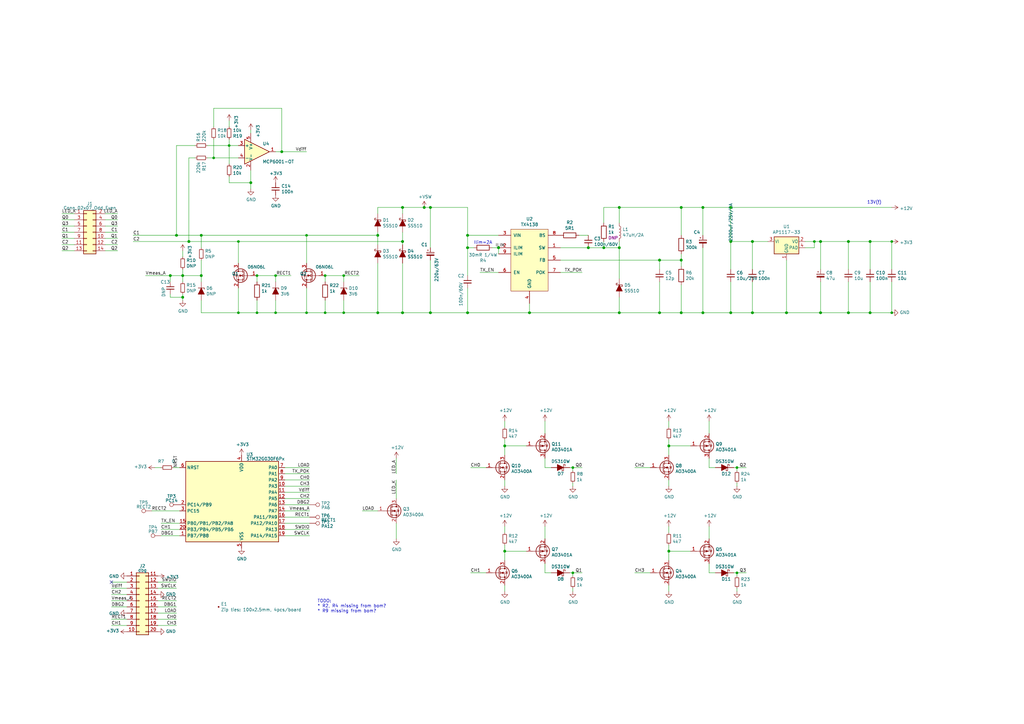
<source format=kicad_sch>
(kicad_sch (version 20230819) (generator eeschema)

  (uuid 90842322-b56e-42c7-bb4b-462bae6a0a0f)

  (paper "A3")

  

  (junction (at 115.57 62.23) (diameter 1.016) (color 0 0 0 0)
    (uuid 00cc906b-94ff-4ef1-b19a-71ac595d93fe)
  )
  (junction (at 365.76 99.06) (diameter 0) (color 0 0 0 0)
    (uuid 00f91b30-eb9b-4b90-9604-725f60942d68)
  )
  (junction (at 113.03 113.03) (diameter 0) (color 0 0 0 0)
    (uuid 016c9e0c-68fb-49ab-ac77-eb31e51dfaaf)
  )
  (junction (at 105.41 113.03) (diameter 0) (color 0 0 0 0)
    (uuid 12e8b267-a971-4e24-8cc0-af85c8ee8cc4)
  )
  (junction (at 191.77 128.27) (diameter 1.016) (color 0 0 0 0)
    (uuid 1327d99f-e9fa-4a85-aecd-91985894959a)
  )
  (junction (at 140.97 113.03) (diameter 0) (color 0 0 0 0)
    (uuid 14367394-2468-465c-be30-3c5e94dccae5)
  )
  (junction (at 279.4 106.68) (diameter 1.016) (color 0 0 0 0)
    (uuid 1902937b-befe-4123-b4c3-fc837aa5e5d4)
  )
  (junction (at 74.93 121.92) (diameter 1.016) (color 0 0 0 0)
    (uuid 1bf68dfc-8874-47b8-817b-b0affb58e7b0)
  )
  (junction (at 207.01 182.88) (diameter 1.016) (color 0 0 0 0)
    (uuid 21064c02-b0ac-496a-87b5-d520bc534e1e)
  )
  (junction (at 69.85 113.03) (diameter 1.016) (color 0 0 0 0)
    (uuid 283351ae-347d-4680-be1c-e87e74f4e7ea)
  )
  (junction (at 133.35 113.03) (diameter 0) (color 0 0 0 0)
    (uuid 2888d754-2474-46f5-9373-122c4624ed4b)
  )
  (junction (at 288.29 85.09) (diameter 1.016) (color 0 0 0 0)
    (uuid 2a88f9da-3805-4a1f-8c3b-69454956123c)
  )
  (junction (at 347.98 128.27) (diameter 1.016) (color 0 0 0 0)
    (uuid 2afe27cc-c49f-4ebe-beed-3c6430842a3b)
  )
  (junction (at 77.47 99.06) (diameter 1.016) (color 0 0 0 0)
    (uuid 2b33f74f-2642-44ae-83ec-cfd57d107f4f)
  )
  (junction (at 347.98 99.06) (diameter 1.016) (color 0 0 0 0)
    (uuid 2d69f821-f986-4dbf-8f87-796ac25d010f)
  )
  (junction (at 288.29 128.27) (diameter 1.016) (color 0 0 0 0)
    (uuid 2ed5b9ca-7757-4230-84bb-b68203afba62)
  )
  (junction (at 97.79 99.06) (diameter 0) (color 0 0 0 0)
    (uuid 317dee04-d1d4-4a51-86c2-ef4dd06ffdc2)
  )
  (junction (at 254 128.27) (diameter 1.016) (color 0 0 0 0)
    (uuid 34b5f812-9771-47f8-b48e-d792b87da0dd)
  )
  (junction (at 308.61 99.06) (diameter 1.016) (color 0 0 0 0)
    (uuid 3d6400e8-52cd-4b21-8156-923ae1f0d768)
  )
  (junction (at 254 101.6) (diameter 1.016) (color 0 0 0 0)
    (uuid 42672cda-16d5-4b8e-801a-71a91bdb6b3e)
  )
  (junction (at 204.47 101.6) (diameter 1.016) (color 0 0 0 0)
    (uuid 43c1aea0-a49e-4cf5-927d-6bd0b252f204)
  )
  (junction (at 74.93 113.03) (diameter 1.016) (color 0 0 0 0)
    (uuid 43c8bddf-7f8d-45ed-89ee-7bc2804578c8)
  )
  (junction (at 125.73 128.27) (diameter 0) (color 0 0 0 0)
    (uuid 45cfe143-5772-4835-ab05-6ded7d600384)
  )
  (junction (at 241.3 101.6) (diameter 1.016) (color 0 0 0 0)
    (uuid 46a590fe-b576-4adf-a2e8-d9aa59545de4)
  )
  (junction (at 165.1 99.06) (diameter 1.016) (color 0 0 0 0)
    (uuid 53440baf-0afc-4d67-b9cd-e57987a9dca1)
  )
  (junction (at 217.17 128.27) (diameter 1.016) (color 0 0 0 0)
    (uuid 54e52cfa-dd19-43c9-917f-e377742bc8b7)
  )
  (junction (at 299.72 85.09) (diameter 1.016) (color 0 0 0 0)
    (uuid 5f7d7031-7028-4240-ab1c-c2804370f15d)
  )
  (junction (at 308.61 128.27) (diameter 1.016) (color 0 0 0 0)
    (uuid 64c4fc00-dbfb-45e7-9035-e056555ef478)
  )
  (junction (at 102.87 74.93) (diameter 1.016) (color 0 0 0 0)
    (uuid 68dc07fb-fcdb-43c1-81cd-f8a710c7795d)
  )
  (junction (at 234.95 191.77) (diameter 0) (color 0 0 0 0)
    (uuid 6bfa5780-1ae3-488d-aa8a-c3878f1b3e1a)
  )
  (junction (at 82.55 113.03) (diameter 1.016) (color 0 0 0 0)
    (uuid 6e8ec351-e31c-443e-92dd-f6d598ac51ed)
  )
  (junction (at 191.77 96.52) (diameter 1.016) (color 0 0 0 0)
    (uuid 6ebb07f6-783d-4800-a555-14d6a44036f2)
  )
  (junction (at 93.98 59.69) (diameter 0) (color 0 0 0 0)
    (uuid 6f381564-de62-4c2c-a583-ea0695e12420)
  )
  (junction (at 87.63 64.77) (diameter 0) (color 0 0 0 0)
    (uuid 714904ed-ecb3-41bd-8f07-53327a25c3dc)
  )
  (junction (at 125.73 96.52) (diameter 0) (color 0 0 0 0)
    (uuid 73cd9081-c3e2-4955-807b-0c723bb54b69)
  )
  (junction (at 274.32 226.06) (diameter 1.016) (color 0 0 0 0)
    (uuid 7472d79f-b607-473b-888c-e7c59545bf82)
  )
  (junction (at 302.26 191.77) (diameter 0) (color 0 0 0 0)
    (uuid 78c1c6fd-2e97-4da0-935f-0334ebb4a204)
  )
  (junction (at 356.87 128.27) (diameter 1.016) (color 0 0 0 0)
    (uuid 78fa5cf0-9840-4520-bbd1-2e7a25e13f85)
  )
  (junction (at 72.39 96.52) (diameter 1.016) (color 0 0 0 0)
    (uuid 7924ebef-0aaa-4fe7-ae56-26cb09dab212)
  )
  (junction (at 302.26 234.95) (diameter 0) (color 0 0 0 0)
    (uuid 7a357f87-3dc6-44ba-b811-f057cdbb877c)
  )
  (junction (at 322.58 128.27) (diameter 1.016) (color 0 0 0 0)
    (uuid 7ef1e170-5280-40cd-a0fe-a46d4e29a256)
  )
  (junction (at 356.87 99.06) (diameter 1.016) (color 0 0 0 0)
    (uuid 8067e959-2748-48a7-8847-92b64bcb306d)
  )
  (junction (at 207.01 226.06) (diameter 1.016) (color 0 0 0 0)
    (uuid 8712d645-1cd0-47a9-baf5-20d3f536069c)
  )
  (junction (at 105.41 128.27) (diameter 0) (color 0 0 0 0)
    (uuid 889b27d8-536c-47b0-bd33-9582f0f7dbde)
  )
  (junction (at 279.4 128.27) (diameter 1.016) (color 0 0 0 0)
    (uuid 88f05e1a-c8da-42be-824c-0bb5aa61e9d1)
  )
  (junction (at 299.72 99.06) (diameter 1.016) (color 0 0 0 0)
    (uuid 8a3c99aa-e351-4ec1-b194-02bb44bad667)
  )
  (junction (at 140.97 128.27) (diameter 0) (color 0 0 0 0)
    (uuid 8d622ff6-c7c9-43b2-9c57-e5b884dddc7a)
  )
  (junction (at 176.53 85.09) (diameter 1.016) (color 0 0 0 0)
    (uuid 8da0fa22-1f86-4b8f-a385-424f5245125d)
  )
  (junction (at 336.55 128.27) (diameter 1.016) (color 0 0 0 0)
    (uuid 92610853-2bc9-47b4-a24d-4caf052d5722)
  )
  (junction (at 173.99 85.09) (diameter 1.016) (color 0 0 0 0)
    (uuid 92e18fa8-5e0c-483e-9c06-cc3ce9bb0c77)
  )
  (junction (at 133.35 128.27) (diameter 0) (color 0 0 0 0)
    (uuid 93d2b913-3a95-4fe7-aa6b-b97b64554212)
  )
  (junction (at 336.55 99.06) (diameter 1.016) (color 0 0 0 0)
    (uuid 971ade45-3405-4010-b0d9-d2a0b963a0c3)
  )
  (junction (at 334.01 99.06) (diameter 0) (color 0 0 0 0)
    (uuid 9f9b9c90-16e4-4ec2-8ff0-c392766e9265)
  )
  (junction (at 254 85.09) (diameter 1.016) (color 0 0 0 0)
    (uuid 9fd135a4-d2a3-4f5a-99a5-6117ffba28c0)
  )
  (junction (at 176.53 128.27) (diameter 1.016) (color 0 0 0 0)
    (uuid a4ebb50d-89e0-42bb-b691-a2f2811aed88)
  )
  (junction (at 165.1 128.27) (diameter 1.016) (color 0 0 0 0)
    (uuid ad426e06-2f48-455d-9ecd-ee8437b15806)
  )
  (junction (at 247.65 101.6) (diameter 1.016) (color 0 0 0 0)
    (uuid b35ccb72-e3fc-437b-a669-3fdadc868fa0)
  )
  (junction (at 113.03 128.27) (diameter 0) (color 0 0 0 0)
    (uuid b564a89d-3adb-475f-b949-1795b487923d)
  )
  (junction (at 299.72 128.27) (diameter 1.016) (color 0 0 0 0)
    (uuid b761cf99-692d-4b18-92b3-2a734cb1b597)
  )
  (junction (at 270.51 128.27) (diameter 1.016) (color 0 0 0 0)
    (uuid b8d7cb82-357f-4848-b37d-e537b96a848e)
  )
  (junction (at 165.1 85.09) (diameter 1.016) (color 0 0 0 0)
    (uuid b8e1a071-5b4a-4192-b1e0-d4c94845bf90)
  )
  (junction (at 191.77 101.6) (diameter 1.016) (color 0 0 0 0)
    (uuid c41e2113-072f-4de5-b1be-9d7970b651a8)
  )
  (junction (at 365.76 128.27) (diameter 0) (color 0 0 0 0)
    (uuid c67201bd-9c03-40de-9a04-b9348cd41c68)
  )
  (junction (at 270.51 106.68) (diameter 1.016) (color 0 0 0 0)
    (uuid c7c97226-3c88-4371-b911-f313077f135d)
  )
  (junction (at 154.94 96.52) (diameter 1.016) (color 0 0 0 0)
    (uuid d91c0d8a-e388-4583-8076-e8314c19f84c)
  )
  (junction (at 82.55 96.52) (diameter 1.016) (color 0 0 0 0)
    (uuid de3a52d8-d7b8-4f2d-93e0-9d393f779927)
  )
  (junction (at 279.4 85.09) (diameter 1.016) (color 0 0 0 0)
    (uuid de56d233-2140-41dc-9c69-5751ea963d8b)
  )
  (junction (at 97.79 128.27) (diameter 0) (color 0 0 0 0)
    (uuid e74cb637-6454-4680-a513-d28d6ff5f07a)
  )
  (junction (at 154.94 128.27) (diameter 1.016) (color 0 0 0 0)
    (uuid f2d37c0e-27c3-4d40-b51b-49c50feeabc1)
  )
  (junction (at 234.95 234.95) (diameter 0) (color 0 0 0 0)
    (uuid f8202761-7cff-4eb0-935f-31633ea133db)
  )
  (junction (at 274.32 182.88) (diameter 1.016) (color 0 0 0 0)
    (uuid faa23a6c-6bce-455d-a164-9fd53e584d0d)
  )

  (no_connect (at 45.72 238.76) (uuid 6ec045b9-a00b-4b44-a123-c9b8561bdd59))

  (wire (pts (xy 365.76 128.27) (xy 356.87 128.27))
    (stroke (width 0) (type solid))
    (uuid 01c24cb8-6c3a-4a51-b30e-f2ba9339a79d)
  )
  (wire (pts (xy 154.94 96.52) (xy 154.94 100.33))
    (stroke (width 0) (type solid))
    (uuid 044e7c6a-39b5-4829-8e8d-ae988b7db4e0)
  )
  (wire (pts (xy 300.99 234.95) (xy 302.26 234.95))
    (stroke (width 0) (type default))
    (uuid 054005ec-a5cf-4039-afc9-d19e6e601eae)
  )
  (wire (pts (xy 74.93 113.03) (xy 74.93 115.57))
    (stroke (width 0) (type solid))
    (uuid 0691af72-80be-434a-9300-3bca5fe45f23)
  )
  (wire (pts (xy 54.61 96.52) (xy 72.39 96.52))
    (stroke (width 0) (type solid))
    (uuid 06f615af-96c5-4de5-ace2-f38690361846)
  )
  (wire (pts (xy 72.39 96.52) (xy 82.55 96.52))
    (stroke (width 0) (type solid))
    (uuid 06f615af-96c5-4de5-ace2-f38690361847)
  )
  (wire (pts (xy 116.84 212.09) (xy 127 212.09))
    (stroke (width 0) (type solid))
    (uuid 07436276-823d-4b4a-a940-42252330a008)
  )
  (wire (pts (xy 45.72 243.84) (xy 52.07 243.84))
    (stroke (width 0) (type default))
    (uuid 0831ed35-cfe9-40a9-9584-b30d69d8703e)
  )
  (wire (pts (xy 64.77 254) (xy 72.39 254))
    (stroke (width 0) (type default))
    (uuid 0985611b-e5ee-4f53-b44b-7144dd758ceb)
  )
  (wire (pts (xy 322.58 128.27) (xy 308.61 128.27))
    (stroke (width 0) (type solid))
    (uuid 09a4eec4-14cc-4655-9a4c-b00853dcf7f3)
  )
  (wire (pts (xy 279.4 85.09) (xy 288.29 85.09))
    (stroke (width 0) (type solid))
    (uuid 09f0cabb-6d7e-44be-8ed4-d745b57b9089)
  )
  (wire (pts (xy 66.04 217.17) (xy 73.66 217.17))
    (stroke (width 0) (type default))
    (uuid 0a31ef22-ff67-4dff-9ec7-eacec99c97d4)
  )
  (wire (pts (xy 299.72 128.27) (xy 288.29 128.27))
    (stroke (width 0) (type solid))
    (uuid 0a83b3b4-188c-4cba-8759-05dc027d81d4)
  )
  (wire (pts (xy 176.53 85.09) (xy 173.99 85.09))
    (stroke (width 0) (type solid))
    (uuid 0bf9350f-2c54-4c5e-b94d-dc02587f9370)
  )
  (wire (pts (xy 154.94 128.27) (xy 165.1 128.27))
    (stroke (width 0) (type solid))
    (uuid 0e8065e7-53cc-4900-831d-0741accfd97f)
  )
  (wire (pts (xy 290.83 215.9) (xy 290.83 220.98))
    (stroke (width 0) (type solid))
    (uuid 0f80bbf9-086a-484d-ad5c-9ac8609c621a)
  )
  (wire (pts (xy 64.77 251.46) (xy 72.39 251.46))
    (stroke (width 0) (type default))
    (uuid 10832855-858f-4c48-ae92-f5384aa7098c)
  )
  (wire (pts (xy 191.77 118.11) (xy 191.77 128.27))
    (stroke (width 0) (type solid))
    (uuid 11b00183-50b8-41bc-8418-25168cd28d0a)
  )
  (wire (pts (xy 290.83 191.77) (xy 290.83 187.96))
    (stroke (width 0) (type solid))
    (uuid 12b3645c-d1e1-4a78-81c4-3bbc20677276)
  )
  (wire (pts (xy 97.79 99.06) (xy 165.1 99.06))
    (stroke (width 0) (type solid))
    (uuid 12b7478e-b13b-4786-b96e-f642f08d181e)
  )
  (wire (pts (xy 204.47 104.14) (xy 204.47 101.6))
    (stroke (width 0) (type solid))
    (uuid 1313a94d-6bcb-49f1-8a5b-47b68a03b43c)
  )
  (wire (pts (xy 127 219.71) (xy 116.84 219.71))
    (stroke (width 0) (type solid))
    (uuid 13fb9f4c-9f6b-43ee-8b8c-17d7cd6cf340)
  )
  (wire (pts (xy 125.73 128.27) (xy 133.35 128.27))
    (stroke (width 0) (type solid))
    (uuid 13fc0393-1319-46ae-b94c-8c44886117e9)
  )
  (wire (pts (xy 308.61 128.27) (xy 299.72 128.27))
    (stroke (width 0) (type solid))
    (uuid 14c16b42-81b4-4695-9be1-cd026541a324)
  )
  (wire (pts (xy 234.95 234.95) (xy 238.76 234.95))
    (stroke (width 0) (type default))
    (uuid 1515fe3b-1101-4943-a9f9-c0bbfef6e73d)
  )
  (wire (pts (xy 356.87 99.06) (xy 356.87 110.49))
    (stroke (width 0) (type solid))
    (uuid 154d80d6-f6b2-4773-9cbf-48182571d2fa)
  )
  (wire (pts (xy 204.47 101.6) (xy 201.93 101.6))
    (stroke (width 0) (type solid))
    (uuid 16421cfe-cf08-423a-9f03-12f8e3682638)
  )
  (wire (pts (xy 45.72 241.3) (xy 52.07 241.3))
    (stroke (width 0) (type default))
    (uuid 16bcc90b-f2b0-4d32-935c-f2ba90ae327e)
  )
  (wire (pts (xy 140.97 113.03) (xy 147.32 113.03))
    (stroke (width 0) (type default))
    (uuid 18a020f7-9473-419c-a639-6821261dc720)
  )
  (wire (pts (xy 105.41 128.27) (xy 113.03 128.27))
    (stroke (width 0) (type default))
    (uuid 19d6f95b-dd0d-4bfe-b08d-58eec75dad09)
  )
  (wire (pts (xy 279.4 104.14) (xy 279.4 106.68))
    (stroke (width 0) (type solid))
    (uuid 1a5c17ce-ab82-4457-acbb-496309d97da7)
  )
  (wire (pts (xy 93.98 74.93) (xy 102.87 74.93))
    (stroke (width 0) (type solid))
    (uuid 1a5f317b-68d6-4867-87b4-aa8b30883ed8)
  )
  (wire (pts (xy 82.55 96.52) (xy 125.73 96.52))
    (stroke (width 0) (type solid))
    (uuid 1cd7572b-68b5-43c1-a7eb-bb98a5a3d4a4)
  )
  (wire (pts (xy 270.51 128.27) (xy 279.4 128.27))
    (stroke (width 0) (type solid))
    (uuid 1ea1454c-c50e-4199-8b70-7dd034496198)
  )
  (wire (pts (xy 63.5 191.77) (xy 66.04 191.77))
    (stroke (width 0) (type solid))
    (uuid 200d132e-eecd-4055-b8c3-df0bb151078d)
  )
  (wire (pts (xy 260.35 234.95) (xy 266.7 234.95))
    (stroke (width 0) (type solid))
    (uuid 2096b6aa-457d-483a-9a63-d887d39f5af4)
  )
  (wire (pts (xy 87.63 57.15) (xy 87.63 64.77))
    (stroke (width 0) (type default))
    (uuid 224728eb-b82e-4ecf-a418-7fb78c185ac7)
  )
  (wire (pts (xy 127 196.85) (xy 116.84 196.85))
    (stroke (width 0) (type solid))
    (uuid 256b8991-53ed-4da8-8fde-b500b987a07a)
  )
  (wire (pts (xy 97.79 128.27) (xy 105.41 128.27))
    (stroke (width 0) (type solid))
    (uuid 26628e8c-1678-4853-b495-12e2b3fc02a2)
  )
  (wire (pts (xy 43.18 95.25) (xy 48.26 95.25))
    (stroke (width 0) (type default))
    (uuid 27fa9b32-03f9-474c-9299-cf0235680635)
  )
  (wire (pts (xy 347.98 128.27) (xy 336.55 128.27))
    (stroke (width 0) (type solid))
    (uuid 2865df10-a46c-4908-a353-d33c6b7cff81)
  )
  (wire (pts (xy 308.61 110.49) (xy 308.61 99.06))
    (stroke (width 0) (type solid))
    (uuid 29936564-6250-4d87-ad21-4f1377f60e56)
  )
  (wire (pts (xy 82.55 106.68) (xy 82.55 113.03))
    (stroke (width 0) (type solid))
    (uuid 29dfbbb2-b832-4b5f-b2e0-b7311c0726e6)
  )
  (wire (pts (xy 82.55 113.03) (xy 82.55 115.57))
    (stroke (width 0) (type solid))
    (uuid 29dfbbb2-b832-4b5f-b2e0-b7311c0726e7)
  )
  (wire (pts (xy 43.18 97.79) (xy 48.26 97.79))
    (stroke (width 0) (type default))
    (uuid 2d16f919-7ac0-450d-a72b-8a11bdf4605e)
  )
  (wire (pts (xy 314.96 99.06) (xy 308.61 99.06))
    (stroke (width 0) (type solid))
    (uuid 2deec536-33d5-4312-87f1-b372b4bd0e54)
  )
  (wire (pts (xy 336.55 128.27) (xy 322.58 128.27))
    (stroke (width 0) (type solid))
    (uuid 31c79e13-ce30-4539-8834-544679615872)
  )
  (wire (pts (xy 194.31 101.6) (xy 191.77 101.6))
    (stroke (width 0) (type solid))
    (uuid 32189493-d189-4d2f-b6e5-5c8dc3ad8605)
  )
  (wire (pts (xy 193.04 191.77) (xy 199.39 191.77))
    (stroke (width 0) (type solid))
    (uuid 32bf6e8f-d435-4428-b819-ae5600a6d455)
  )
  (wire (pts (xy 125.73 96.52) (xy 154.94 96.52))
    (stroke (width 0) (type solid))
    (uuid 3359a8ac-f755-49a9-8b3d-a45ac6541342)
  )
  (wire (pts (xy 43.18 100.33) (xy 48.26 100.33))
    (stroke (width 0) (type default))
    (uuid 348d5b47-1364-4dac-8c86-3e5948a61904)
  )
  (wire (pts (xy 274.32 186.69) (xy 274.32 182.88))
    (stroke (width 0) (type solid))
    (uuid 3510a570-8f3c-459f-9334-45a916b2248d)
  )
  (wire (pts (xy 25.4 100.33) (xy 30.48 100.33))
    (stroke (width 0) (type default))
    (uuid 35fdbb54-88f9-4925-9493-fc8a238797f1)
  )
  (wire (pts (xy 154.94 95.25) (xy 154.94 96.52))
    (stroke (width 0) (type solid))
    (uuid 362fa288-7d38-4aa2-ab1d-a5c5490c6c05)
  )
  (wire (pts (xy 116.84 209.55) (xy 127 209.55))
    (stroke (width 0) (type solid))
    (uuid 39683f85-0b43-4e1c-be95-30a5c5747ef2)
  )
  (wire (pts (xy 93.98 49.53) (xy 93.98 52.07))
    (stroke (width 0) (type solid))
    (uuid 3a6b68a7-a3a3-4904-a0b9-091e6f09d7a6)
  )
  (wire (pts (xy 302.26 191.77) (xy 306.07 191.77))
    (stroke (width 0) (type default))
    (uuid 3a72fc7a-9799-4b2e-b943-e5c7efc3e272)
  )
  (wire (pts (xy 247.65 101.6) (xy 254 101.6))
    (stroke (width 0) (type solid))
    (uuid 3b2fc435-b4b0-4405-9850-2a3a9a013051)
  )
  (wire (pts (xy 69.85 113.03) (xy 69.85 115.57))
    (stroke (width 0) (type solid))
    (uuid 3d5bdb1d-b5d5-4ded-a451-8416ba382e92)
  )
  (wire (pts (xy 82.55 123.19) (xy 82.55 128.27))
    (stroke (width 0) (type solid))
    (uuid 3ec5fe87-1c8e-47da-a101-1c06cdfde39a)
  )
  (wire (pts (xy 234.95 198.12) (xy 234.95 199.39))
    (stroke (width 0) (type default))
    (uuid 3ec98f6f-309d-4fca-a9f7-1ac33702d889)
  )
  (wire (pts (xy 237.49 96.52) (xy 241.3 96.52))
    (stroke (width 0) (type solid))
    (uuid 406dcf17-a685-4341-b040-d22c133e48d4)
  )
  (wire (pts (xy 66.04 214.63) (xy 73.66 214.63))
    (stroke (width 0) (type default))
    (uuid 40a49f4b-a72f-42fd-88d8-dc7f297f0115)
  )
  (wire (pts (xy 207.01 175.26) (xy 207.01 172.72))
    (stroke (width 0) (type solid))
    (uuid 41112fbd-d7c3-4202-b8a8-62f3d3d50c6e)
  )
  (wire (pts (xy 64.77 238.76) (xy 72.39 238.76))
    (stroke (width 0) (type default))
    (uuid 423c4001-18a2-4fc0-afc0-babc4b0583e0)
  )
  (wire (pts (xy 87.63 44.45) (xy 115.57 44.45))
    (stroke (width 0) (type solid))
    (uuid 42f17cd4-356f-43f8-992c-71c887b57219)
  )
  (wire (pts (xy 115.57 44.45) (xy 115.57 62.23))
    (stroke (width 0) (type solid))
    (uuid 42f17cd4-356f-43f8-992c-71c887b5721a)
  )
  (wire (pts (xy 115.57 62.23) (xy 113.03 62.23))
    (stroke (width 0) (type solid))
    (uuid 42f17cd4-356f-43f8-992c-71c887b5721b)
  )
  (wire (pts (xy 356.87 128.27) (xy 347.98 128.27))
    (stroke (width 0) (type solid))
    (uuid 43046446-49fa-436a-9fd2-a0c56d2bad21)
  )
  (wire (pts (xy 207.01 182.88) (xy 215.9 182.88))
    (stroke (width 0) (type solid))
    (uuid 476916b7-3479-44f4-97ad-c1d1438c6167)
  )
  (wire (pts (xy 93.98 72.39) (xy 93.98 74.93))
    (stroke (width 0) (type solid))
    (uuid 4a2a971b-d993-4f4e-8478-e386537c821f)
  )
  (wire (pts (xy 233.68 191.77) (xy 234.95 191.77))
    (stroke (width 0) (type default))
    (uuid 4b8de159-50fa-4dc4-b7f6-8c6f2818cb4c)
  )
  (wire (pts (xy 115.57 62.23) (xy 125.73 62.23))
    (stroke (width 0) (type solid))
    (uuid 4bc3f44d-e2bb-4d02-adbb-49f44a776e95)
  )
  (wire (pts (xy 290.83 172.72) (xy 290.83 177.8))
    (stroke (width 0) (type solid))
    (uuid 4c9b9a5f-7bb0-4cc3-8fca-a563e9d6703a)
  )
  (wire (pts (xy 125.73 118.11) (xy 125.73 128.27))
    (stroke (width 0) (type default))
    (uuid 4d030fec-df14-4f41-9fdb-2b8caecb758f)
  )
  (wire (pts (xy 336.55 115.57) (xy 336.55 128.27))
    (stroke (width 0) (type solid))
    (uuid 4d0d000f-3c61-45a1-913a-694af8fbd620)
  )
  (wire (pts (xy 45.72 256.54) (xy 52.07 256.54))
    (stroke (width 0) (type default))
    (uuid 4d4aad54-bc13-4e78-9e5c-d13ebd351fed)
  )
  (wire (pts (xy 207.01 215.9) (xy 207.01 218.44))
    (stroke (width 0) (type solid))
    (uuid 50cec011-4431-4531-93ae-206c8f52ff33)
  )
  (wire (pts (xy 279.4 106.68) (xy 279.4 109.22))
    (stroke (width 0) (type solid))
    (uuid 525cb87c-48ae-4b95-b731-a47c469d46fc)
  )
  (wire (pts (xy 176.53 106.68) (xy 176.53 128.27))
    (stroke (width 0) (type solid))
    (uuid 53758a06-8074-41fa-9ac4-c30151d37c51)
  )
  (wire (pts (xy 302.26 198.12) (xy 302.26 199.39))
    (stroke (width 0) (type default))
    (uuid 55a5830c-b797-4f34-8c8d-fc79c9eaf1c3)
  )
  (wire (pts (xy 241.3 101.6) (xy 247.65 101.6))
    (stroke (width 0) (type solid))
    (uuid 55adb160-e726-4c45-a843-2853d5de918a)
  )
  (wire (pts (xy 85.09 59.69) (xy 93.98 59.69))
    (stroke (width 0) (type solid))
    (uuid 55bd9601-d17b-4d47-bd72-0c9113bf3615)
  )
  (wire (pts (xy 223.52 191.77) (xy 223.52 187.96))
    (stroke (width 0) (type solid))
    (uuid 5742a023-b52b-4ef9-b175-4bb3fbf2e571)
  )
  (wire (pts (xy 45.72 248.92) (xy 52.07 248.92))
    (stroke (width 0) (type default))
    (uuid 57a4601b-4d2a-488b-8deb-811da661938c)
  )
  (wire (pts (xy 356.87 99.06) (xy 347.98 99.06))
    (stroke (width 0) (type solid))
    (uuid 57afa614-1b55-4918-a4d1-b81cd952eb67)
  )
  (wire (pts (xy 148.59 209.55) (xy 154.94 209.55))
    (stroke (width 0) (type solid))
    (uuid 595bf3a7-6af6-42ee-af59-23996ad4008e)
  )
  (wire (pts (xy 93.98 59.69) (xy 97.79 59.69))
    (stroke (width 0) (type solid))
    (uuid 599640fd-4706-4ca5-a40e-f49cea51e0db)
  )
  (wire (pts (xy 229.87 101.6) (xy 241.3 101.6))
    (stroke (width 0) (type solid))
    (uuid 59ee5663-b5c5-49eb-aeee-aba07a04e325)
  )
  (wire (pts (xy 217.17 124.46) (xy 217.17 128.27))
    (stroke (width 0) (type solid))
    (uuid 5a60d349-0d99-45ce-b8bf-aad03285adaf)
  )
  (wire (pts (xy 336.55 99.06) (xy 334.01 99.06))
    (stroke (width 0) (type solid))
    (uuid 5a97715e-530f-4eb3-844a-7b2efefcbd40)
  )
  (wire (pts (xy 254 99.06) (xy 254 101.6))
    (stroke (width 0) (type solid))
    (uuid 5aeb0357-7a3f-4580-8eee-0101d6484c6c)
  )
  (wire (pts (xy 140.97 123.19) (xy 140.97 128.27))
    (stroke (width 0) (type default))
    (uuid 5b7b2a1d-b443-4b20-be73-8ca5aef7e3b4)
  )
  (wire (pts (xy 74.93 110.49) (xy 74.93 113.03))
    (stroke (width 0) (type solid))
    (uuid 5c71cd73-41cc-464b-bba8-c0506fcb6de5)
  )
  (wire (pts (xy 279.4 106.68) (xy 270.51 106.68))
    (stroke (width 0) (type solid))
    (uuid 5f82998c-69f4-42ee-aa0d-e1d2dcd3d46a)
  )
  (wire (pts (xy 290.83 191.77) (xy 293.37 191.77))
    (stroke (width 0) (type solid))
    (uuid 6109699e-9e56-42eb-9949-8fdb1b08fb2e)
  )
  (wire (pts (xy 43.18 87.63) (xy 48.26 87.63))
    (stroke (width 0) (type default))
    (uuid 63623b97-c026-4678-9749-e6abdbbad4fb)
  )
  (wire (pts (xy 43.18 102.87) (xy 48.26 102.87))
    (stroke (width 0) (type default))
    (uuid 644b3896-8ea0-4f08-813b-e338e657db44)
  )
  (wire (pts (xy 226.06 191.77) (xy 223.52 191.77))
    (stroke (width 0) (type solid))
    (uuid 657deac9-ec70-4d3e-a191-4e4a9319e6c5)
  )
  (wire (pts (xy 162.56 214.63) (xy 162.56 220.98))
    (stroke (width 0) (type solid))
    (uuid 67618c21-7f6b-4628-8049-bbec4d7786a2)
  )
  (wire (pts (xy 127 191.77) (xy 116.84 191.77))
    (stroke (width 0) (type solid))
    (uuid 683298c4-14eb-4668-ab43-82379667c56c)
  )
  (wire (pts (xy 113.03 113.03) (xy 105.41 113.03))
    (stroke (width 0) (type default))
    (uuid 6c5e1d2d-1ebf-4919-b883-69baf63d8881)
  )
  (wire (pts (xy 176.53 101.6) (xy 176.53 85.09))
    (stroke (width 0) (type solid))
    (uuid 7301bfe5-2e07-4982-b803-25a2198ed3e8)
  )
  (wire (pts (xy 247.65 99.06) (xy 247.65 101.6))
    (stroke (width 0) (type solid))
    (uuid 74d9579b-67f5-4d2c-8de7-3264718c3e24)
  )
  (wire (pts (xy 77.47 64.77) (xy 77.47 99.06))
    (stroke (width 0) (type solid))
    (uuid 756c230b-8a1f-4e76-a998-611dbb8b398f)
  )
  (wire (pts (xy 80.01 64.77) (xy 77.47 64.77))
    (stroke (width 0) (type solid))
    (uuid 756c230b-8a1f-4e76-a998-611dbb8b3990)
  )
  (wire (pts (xy 191.77 113.03) (xy 191.77 101.6))
    (stroke (width 0) (type solid))
    (uuid 75f651de-80ad-4483-a574-73cfad5fd362)
  )
  (wire (pts (xy 260.35 191.77) (xy 266.7 191.77))
    (stroke (width 0) (type solid))
    (uuid 761a2422-4da2-4dff-aedf-5856aae94c26)
  )
  (wire (pts (xy 347.98 128.27) (xy 347.98 115.57))
    (stroke (width 0) (type solid))
    (uuid 763d190b-4214-43ba-a11b-feffed27982f)
  )
  (wire (pts (xy 274.32 180.34) (xy 274.32 182.88))
    (stroke (width 0) (type solid))
    (uuid 78937407-9fcf-4668-bb26-a1f5aa0edac7)
  )
  (wire (pts (xy 43.18 92.71) (xy 48.26 92.71))
    (stroke (width 0) (type default))
    (uuid 7968f50b-ec45-4c7b-825c-f2f48cbb30bb)
  )
  (wire (pts (xy 133.35 128.27) (xy 140.97 128.27))
    (stroke (width 0) (type solid))
    (uuid 7bd03d3d-5383-4f76-ac79-11c7bbdf3b84)
  )
  (wire (pts (xy 254 101.6) (xy 254 114.3))
    (stroke (width 0) (type solid))
    (uuid 7c1ae309-f706-48cd-b8fb-f1d2962e0a39)
  )
  (wire (pts (xy 207.01 223.52) (xy 207.01 226.06))
    (stroke (width 0) (type solid))
    (uuid 7d56c22d-6839-4c90-b5de-986a964866f6)
  )
  (wire (pts (xy 365.76 99.06) (xy 356.87 99.06))
    (stroke (width 0) (type solid))
    (uuid 7f24924b-8592-4a95-8a82-c3c9678e64fc)
  )
  (wire (pts (xy 64.77 248.92) (xy 72.39 248.92))
    (stroke (width 0) (type default))
    (uuid 7fae089c-47ad-42e0-983a-a7ed39baa853)
  )
  (wire (pts (xy 308.61 99.06) (xy 299.72 99.06))
    (stroke (width 0) (type solid))
    (uuid 7fd32b75-b478-4364-bc78-492ad98aad31)
  )
  (wire (pts (xy 274.32 229.87) (xy 274.32 226.06))
    (stroke (width 0) (type solid))
    (uuid 7fe4efb1-95d4-4352-9702-e707eebb891d)
  )
  (wire (pts (xy 176.53 128.27) (xy 191.77 128.27))
    (stroke (width 0) (type solid))
    (uuid 80459043-d446-4f9e-8484-41083848771b)
  )
  (wire (pts (xy 64.77 246.38) (xy 72.39 246.38))
    (stroke (width 0) (type default))
    (uuid 807cbc80-3aa6-442a-878f-fb7db281c500)
  )
  (wire (pts (xy 25.4 102.87) (xy 30.48 102.87))
    (stroke (width 0) (type default))
    (uuid 809250a6-9b38-458d-bf18-4cc7b049b895)
  )
  (wire (pts (xy 165.1 128.27) (xy 176.53 128.27))
    (stroke (width 0) (type solid))
    (uuid 846ed2b9-b45b-4c06-a267-6b06598364f1)
  )
  (wire (pts (xy 254 85.09) (xy 279.4 85.09))
    (stroke (width 0) (type solid))
    (uuid 8556b4dd-5d91-4f2e-bd11-718d9194296e)
  )
  (wire (pts (xy 25.4 97.79) (xy 30.48 97.79))
    (stroke (width 0) (type default))
    (uuid 8647bb59-9927-4c81-9b85-234efc861cae)
  )
  (wire (pts (xy 223.52 172.72) (xy 223.52 177.8))
    (stroke (width 0) (type solid))
    (uuid 86f7668f-3204-4495-9fe3-51a2778aa07b)
  )
  (wire (pts (xy 87.63 64.77) (xy 97.79 64.77))
    (stroke (width 0) (type solid))
    (uuid 8701c06c-dfc8-41da-bab8-50cb3862a807)
  )
  (wire (pts (xy 365.76 99.06) (xy 365.76 110.49))
    (stroke (width 0) (type solid))
    (uuid 87a2d0d5-8350-4b12-9ebe-17a2a0c3b11c)
  )
  (wire (pts (xy 322.58 128.27) (xy 322.58 106.68))
    (stroke (width 0) (type solid))
    (uuid 8879637a-db4d-4c77-bea3-ac9bdc9b5775)
  )
  (wire (pts (xy 66.04 219.71) (xy 73.66 219.71))
    (stroke (width 0) (type solid))
    (uuid 8a9bde97-c4a6-4d0b-b833-3130df94d535)
  )
  (wire (pts (xy 165.1 85.09) (xy 154.94 85.09))
    (stroke (width 0) (type solid))
    (uuid 8b2f42cc-2a01-4a7f-82f5-4a81b02b8f57)
  )
  (wire (pts (xy 207.01 180.34) (xy 207.01 182.88))
    (stroke (width 0) (type solid))
    (uuid 8ef75bff-67fe-4b78-b3a4-870ec25fd02b)
  )
  (wire (pts (xy 72.39 59.69) (xy 72.39 96.52))
    (stroke (width 0) (type solid))
    (uuid 8f9c9ec5-176c-4f0b-95f2-a684e3d2128f)
  )
  (wire (pts (xy 80.01 59.69) (xy 72.39 59.69))
    (stroke (width 0) (type solid))
    (uuid 8f9c9ec5-176c-4f0b-95f2-a684e3d21290)
  )
  (wire (pts (xy 62.23 209.55) (xy 73.66 209.55))
    (stroke (width 0) (type default))
    (uuid 946c5ae5-63f3-426b-b9f3-ef7055d9dd95)
  )
  (wire (pts (xy 97.79 118.11) (xy 97.79 128.27))
    (stroke (width 0) (type default))
    (uuid 94eb1f14-8a7e-4ef9-9143-0395eaf62eb4)
  )
  (wire (pts (xy 207.01 242.57) (xy 207.01 240.03))
    (stroke (width 0) (type solid))
    (uuid 95905f61-fc4f-4131-9c2b-8b63bbbd5b9d)
  )
  (wire (pts (xy 165.1 128.27) (xy 165.1 107.95))
    (stroke (width 0) (type solid))
    (uuid 95931420-2516-4345-83e4-e03b4494e8b9)
  )
  (wire (pts (xy 336.55 99.06) (xy 336.55 110.49))
    (stroke (width 0) (type solid))
    (uuid 962fe876-285b-43ed-9e57-cfad222b2ef8)
  )
  (wire (pts (xy 127 199.39) (xy 116.84 199.39))
    (stroke (width 0) (type solid))
    (uuid 977873c4-0304-43ff-8c6f-aab5b83c133b)
  )
  (wire (pts (xy 270.51 110.49) (xy 270.51 106.68))
    (stroke (width 0) (type solid))
    (uuid 981badb3-4b23-41a5-a262-2200799e4a10)
  )
  (wire (pts (xy 234.95 191.77) (xy 238.76 191.77))
    (stroke (width 0) (type default))
    (uuid 98e03abc-13b6-4fdb-87ce-37ec6ba19d60)
  )
  (wire (pts (xy 113.03 115.57) (xy 113.03 113.03))
    (stroke (width 0) (type default))
    (uuid 99509cbe-a79f-4f19-95ea-4a1fe4416491)
  )
  (wire (pts (xy 223.52 234.95) (xy 223.52 231.14))
    (stroke (width 0) (type solid))
    (uuid 9a3d4ad7-f164-4745-b38f-b75a88566437)
  )
  (wire (pts (xy 25.4 87.63) (xy 30.48 87.63))
    (stroke (width 0) (type default))
    (uuid 9b528524-c73b-44d2-9ba2-8290d87bfcb6)
  )
  (wire (pts (xy 330.2 101.6) (xy 334.01 101.6))
    (stroke (width 0) (type solid))
    (uuid 9ceca1f2-ad91-41fd-97a0-9a26eda3065a)
  )
  (wire (pts (xy 162.56 187.96) (xy 162.56 194.31))
    (stroke (width 0) (type default))
    (uuid 9ed67c58-541a-4ff6-b441-ce49564f1eb2)
  )
  (wire (pts (xy 45.72 246.38) (xy 52.07 246.38))
    (stroke (width 0) (type default))
    (uuid a0c48a28-5b9f-4915-a654-c62794b412f0)
  )
  (wire (pts (xy 247.65 85.09) (xy 247.65 91.44))
    (stroke (width 0) (type solid))
    (uuid a2680fae-211c-4b27-ac5e-9c54cb1fd5ef)
  )
  (wire (pts (xy 254 128.27) (xy 270.51 128.27))
    (stroke (width 0) (type solid))
    (uuid a26e6746-fd51-4c19-84cb-ab2dd01f60cb)
  )
  (wire (pts (xy 59.69 113.03) (xy 69.85 113.03))
    (stroke (width 0) (type solid))
    (uuid a2cb1101-dfdf-4de5-895e-930718893668)
  )
  (wire (pts (xy 69.85 113.03) (xy 74.93 113.03))
    (stroke (width 0) (type solid))
    (uuid a2cb1101-dfdf-4de5-895e-930718893669)
  )
  (wire (pts (xy 74.93 113.03) (xy 82.55 113.03))
    (stroke (width 0) (type solid))
    (uuid a2cb1101-dfdf-4de5-895e-93071889366a)
  )
  (wire (pts (xy 140.97 113.03) (xy 133.35 113.03))
    (stroke (width 0) (type default))
    (uuid a5c43384-cd2e-4b90-a6d4-6b4e8ae0ef10)
  )
  (wire (pts (xy 274.32 172.72) (xy 274.32 175.26))
    (stroke (width 0) (type solid))
    (uuid a60f5ccd-b22e-4a47-9dbf-c67eac7c6fde)
  )
  (wire (pts (xy 191.77 96.52) (xy 204.47 96.52))
    (stroke (width 0) (type solid))
    (uuid a6888cd9-0e3a-4016-93c0-6025a0b38b98)
  )
  (wire (pts (xy 165.1 87.63) (xy 165.1 85.09))
    (stroke (width 0) (type solid))
    (uuid a6c72836-33d5-4497-b918-ee240edc5f62)
  )
  (wire (pts (xy 25.4 90.17) (xy 30.48 90.17))
    (stroke (width 0) (type default))
    (uuid a78242f5-e719-405f-b09c-5657823adeb5)
  )
  (wire (pts (xy 300.99 191.77) (xy 302.26 191.77))
    (stroke (width 0) (type default))
    (uuid a92496bf-367c-4bb3-97fc-53765bc9bbab)
  )
  (wire (pts (xy 191.77 96.52) (xy 191.77 85.09))
    (stroke (width 0) (type solid))
    (uuid a92711a8-f3ae-41ce-a3bd-4ee0634d1e2d)
  )
  (wire (pts (xy 105.41 113.03) (xy 105.41 115.57))
    (stroke (width 0) (type default))
    (uuid a9977243-9dff-42ad-8b74-acf8ca5f6ad3)
  )
  (wire (pts (xy 74.93 102.87) (xy 74.93 105.41))
    (stroke (width 0) (type solid))
    (uuid aa7952cc-166c-4845-95d4-e06c5049b93f)
  )
  (wire (pts (xy 234.95 234.95) (xy 234.95 236.22))
    (stroke (width 0) (type default))
    (uuid aaf6476a-a6bc-4bd8-99c0-b60e4adc8524)
  )
  (wire (pts (xy 127 217.17) (xy 116.84 217.17))
    (stroke (width 0) (type solid))
    (uuid ab922c52-d141-44a7-b796-cc7d3399a812)
  )
  (wire (pts (xy 191.77 128.27) (xy 217.17 128.27))
    (stroke (width 0) (type solid))
    (uuid abc5132f-fc2b-47c5-9ac7-0baab2c2adb5)
  )
  (wire (pts (xy 154.94 85.09) (xy 154.94 87.63))
    (stroke (width 0) (type solid))
    (uuid abcecedf-1b33-49e5-9301-7bb359f70b3b)
  )
  (wire (pts (xy 347.98 99.06) (xy 336.55 99.06))
    (stroke (width 0) (type solid))
    (uuid ae1bb61b-bc28-42dc-84ae-83b5ec306fc5)
  )
  (wire (pts (xy 113.03 113.03) (xy 119.38 113.03))
    (stroke (width 0) (type default))
    (uuid ae20f153-5a1f-4c41-8af2-1e864903a49f)
  )
  (wire (pts (xy 288.29 85.09) (xy 299.72 85.09))
    (stroke (width 0) (type solid))
    (uuid ae87ac1b-46d6-4df0-8e0b-00c339c1417e)
  )
  (wire (pts (xy 288.29 128.27) (xy 288.29 101.6))
    (stroke (width 0) (type solid))
    (uuid b0bddd31-9c83-4ec7-a18f-c8f731e5356e)
  )
  (wire (pts (xy 299.72 99.06) (xy 299.72 110.49))
    (stroke (width 0) (type solid))
    (uuid b1e75810-d4d4-4b3d-b2a2-c844177f9a14)
  )
  (wire (pts (xy 288.29 96.52) (xy 288.29 85.09))
    (stroke (width 0) (type solid))
    (uuid b20a5ef0-f88e-420a-8e3f-2bf94d04f8af)
  )
  (wire (pts (xy 105.41 123.19) (xy 105.41 128.27))
    (stroke (width 0) (type default))
    (uuid b3b9ef0d-b395-47aa-a506-9cdce9fa1a8c)
  )
  (wire (pts (xy 64.77 256.54) (xy 72.39 256.54))
    (stroke (width 0) (type default))
    (uuid b3baf20c-1a87-47fc-a681-c69e8e292c89)
  )
  (wire (pts (xy 223.52 215.9) (xy 223.52 220.98))
    (stroke (width 0) (type solid))
    (uuid b4cda3b0-87df-4b9c-b8e5-e5fd47b3765d)
  )
  (wire (pts (xy 270.51 106.68) (xy 229.87 106.68))
    (stroke (width 0) (type solid))
    (uuid b62dc295-075d-46e5-aa8c-b647d4845bef)
  )
  (wire (pts (xy 127 207.01) (xy 116.84 207.01))
    (stroke (width 0) (type solid))
    (uuid b6709d65-bc06-4cda-8de0-9f979223a7fa)
  )
  (wire (pts (xy 229.87 111.76) (xy 238.76 111.76))
    (stroke (width 0) (type solid))
    (uuid b7626b5b-05a4-40f0-817e-ede355bce018)
  )
  (wire (pts (xy 293.37 234.95) (xy 290.83 234.95))
    (stroke (width 0) (type solid))
    (uuid b78e80ca-9c56-407e-a86c-613eb0ab9bdf)
  )
  (wire (pts (xy 116.84 204.47) (xy 127 204.47))
    (stroke (width 0) (type solid))
    (uuid b92911e0-e75c-416f-8623-767b6129f051)
  )
  (wire (pts (xy 234.95 241.3) (xy 234.95 242.57))
    (stroke (width 0) (type default))
    (uuid bbb394d4-b1bf-4883-919c-afb4042335c2)
  )
  (wire (pts (xy 93.98 57.15) (xy 93.98 59.69))
    (stroke (width 0) (type default))
    (uuid bccbdc40-1a51-4f15-8f13-b860c316e1c3)
  )
  (wire (pts (xy 299.72 115.57) (xy 299.72 128.27))
    (stroke (width 0) (type solid))
    (uuid bda8130d-6253-4e68-a94d-f22a370f3837)
  )
  (wire (pts (xy 302.26 241.3) (xy 302.26 242.57))
    (stroke (width 0) (type default))
    (uuid bdebeffc-5e92-4daa-b83a-44c75c3f5819)
  )
  (wire (pts (xy 254 121.92) (xy 254 128.27))
    (stroke (width 0) (type solid))
    (uuid be5a7e33-f49d-4247-a68a-65eb91a32876)
  )
  (wire (pts (xy 274.32 182.88) (xy 283.21 182.88))
    (stroke (width 0) (type solid))
    (uuid bef7445a-81ba-436e-9d26-31a830de4cf0)
  )
  (wire (pts (xy 290.83 234.95) (xy 290.83 231.14))
    (stroke (width 0) (type solid))
    (uuid befb98d4-66e5-4b93-a08c-95721ce4e586)
  )
  (wire (pts (xy 274.32 199.39) (xy 274.32 196.85))
    (stroke (width 0) (type solid))
    (uuid bf5800a2-75df-40ff-b4fe-a53dc6dd2bc4)
  )
  (wire (pts (xy 207.01 186.69) (xy 207.01 182.88))
    (stroke (width 0) (type solid))
    (uuid bf7eedad-1f84-4859-a1af-05e06bb8bb54)
  )
  (wire (pts (xy 125.73 96.52) (xy 125.73 107.95))
    (stroke (width 0) (type default))
    (uuid c09301ab-bbb0-4de6-94e8-e77abf1dd944)
  )
  (wire (pts (xy 302.26 191.77) (xy 302.26 193.04))
    (stroke (width 0) (type default))
    (uuid c0d75ebf-ddd1-4136-a423-f0754e494239)
  )
  (wire (pts (xy 176.53 85.09) (xy 191.77 85.09))
    (stroke (width 0) (type solid))
    (uuid c3116d2b-9a37-411e-8904-f0c2d4507d99)
  )
  (wire (pts (xy 45.72 254) (xy 52.07 254))
    (stroke (width 0) (type default))
    (uuid c4c41a0e-ce19-4d51-8e37-9a6f70be8428)
  )
  (wire (pts (xy 127 201.93) (xy 116.84 201.93))
    (stroke (width 0) (type solid))
    (uuid c4c75bd4-43d0-4805-af2b-bca75eb61623)
  )
  (wire (pts (xy 64.77 241.3) (xy 72.39 241.3))
    (stroke (width 0) (type default))
    (uuid c503e0d8-db90-4b75-9662-9342980b1d4d)
  )
  (wire (pts (xy 140.97 115.57) (xy 140.97 113.03))
    (stroke (width 0) (type default))
    (uuid c6060517-9f7f-4ca8-963b-013f83f73b95)
  )
  (wire (pts (xy 299.72 85.09) (xy 365.76 85.09))
    (stroke (width 0) (type solid))
    (uuid c6a1e12f-bb9c-4d36-889a-e472e90ad20e)
  )
  (wire (pts (xy 193.04 234.95) (xy 199.39 234.95))
    (stroke (width 0) (type solid))
    (uuid c6af0e4a-a7a2-4c26-9d72-5f7443ab2dcd)
  )
  (wire (pts (xy 154.94 107.95) (xy 154.94 128.27))
    (stroke (width 0) (type solid))
    (uuid c6de987e-939c-4a30-91cf-f5285ab43898)
  )
  (wire (pts (xy 207.01 226.06) (xy 215.9 226.06))
    (stroke (width 0) (type solid))
    (uuid c83dba7c-bb7c-498d-8ebb-bb471f15dbe1)
  )
  (wire (pts (xy 299.72 85.09) (xy 299.72 99.06))
    (stroke (width 0) (type solid))
    (uuid c8c957ed-3dd8-4717-8e6d-4c8927a06510)
  )
  (wire (pts (xy 365.76 115.57) (xy 365.76 128.27))
    (stroke (width 0) (type solid))
    (uuid c93365cd-9a3f-4d3e-9bf7-b02ecc3a4ba9)
  )
  (wire (pts (xy 226.06 234.95) (xy 223.52 234.95))
    (stroke (width 0) (type solid))
    (uuid cc3cfab0-59ef-4de2-9e91-0d36274e7750)
  )
  (wire (pts (xy 247.65 85.09) (xy 254 85.09))
    (stroke (width 0) (type solid))
    (uuid ce25a2e9-3290-416f-9aa8-5cc6452475f2)
  )
  (wire (pts (xy 274.32 223.52) (xy 274.32 226.06))
    (stroke (width 0) (type solid))
    (uuid ce55d4ca-2293-4360-989e-444f983bf48f)
  )
  (wire (pts (xy 116.84 194.31) (xy 127 194.31))
    (stroke (width 0) (type solid))
    (uuid ce6efcb1-cb8f-489b-a1e7-ccab51dd1f51)
  )
  (wire (pts (xy 140.97 128.27) (xy 154.94 128.27))
    (stroke (width 0) (type solid))
    (uuid d16ce38d-6da7-486e-a9f9-d42c61e8f400)
  )
  (wire (pts (xy 217.17 128.27) (xy 254 128.27))
    (stroke (width 0) (type solid))
    (uuid d248ef83-ef05-4e45-8d39-c2e4cc9bbf83)
  )
  (wire (pts (xy 87.63 52.07) (xy 87.63 44.45))
    (stroke (width 0) (type solid))
    (uuid d2dd41db-901c-4d88-82c7-0a01e59b2a28)
  )
  (wire (pts (xy 102.87 53.34) (xy 102.87 54.61))
    (stroke (width 0) (type solid))
    (uuid d2dd41db-901c-4d88-82c7-0a01e59b2a29)
  )
  (wire (pts (xy 54.61 99.06) (xy 77.47 99.06))
    (stroke (width 0) (type solid))
    (uuid d37795f9-4f11-4ee2-84c4-25d53fdf58be)
  )
  (wire (pts (xy 77.47 99.06) (xy 97.79 99.06))
    (stroke (width 0) (type solid))
    (uuid d37795f9-4f11-4ee2-84c4-25d53fdf58bf)
  )
  (wire (pts (xy 274.32 226.06) (xy 283.21 226.06))
    (stroke (width 0) (type solid))
    (uuid d535d573-4853-46fe-9479-f8272b9078a0)
  )
  (wire (pts (xy 25.4 92.71) (xy 30.48 92.71))
    (stroke (width 0) (type default))
    (uuid d5820cf7-2eaa-4521-8043-e254b0074327)
  )
  (wire (pts (xy 45.72 238.76) (xy 52.07 238.76))
    (stroke (width 0) (type default))
    (uuid d5e3367a-823a-4f53-bd5f-c76dfd0f1ff2)
  )
  (wire (pts (xy 279.4 116.84) (xy 279.4 128.27))
    (stroke (width 0) (type solid))
    (uuid d6e796a8-e775-42c0-830e-021d7618214d)
  )
  (wire (pts (xy 133.35 113.03) (xy 133.35 115.57))
    (stroke (width 0) (type default))
    (uuid d74d54e6-9006-4152-a69d-c6e0d48cff2a)
  )
  (wire (pts (xy 356.87 115.57) (xy 356.87 128.27))
    (stroke (width 0) (type solid))
    (uuid d7c38bb2-ef7c-43ce-89e5-3ff9841bc162)
  )
  (wire (pts (xy 334.01 99.06) (xy 330.2 99.06))
    (stroke (width 0) (type solid))
    (uuid d8a757fe-393c-4ffa-9004-6fd88177787b)
  )
  (wire (pts (xy 25.4 95.25) (xy 30.48 95.25))
    (stroke (width 0) (type default))
    (uuid d8f99408-0606-43a4-8347-de6426f7f843)
  )
  (wire (pts (xy 97.79 99.06) (xy 97.79 107.95))
    (stroke (width 0) (type default))
    (uuid da5a422e-e81b-4a34-b7a3-06e720bedf6b)
  )
  (wire (pts (xy 102.87 69.85) (xy 102.87 74.93))
    (stroke (width 0) (type solid))
    (uuid dcc816e7-260e-4192-aa85-c419294dcff8)
  )
  (wire (pts (xy 102.87 74.93) (xy 102.87 77.47))
    (stroke (width 0) (type solid))
    (uuid dcc816e7-260e-4192-aa85-c419294dcff9)
  )
  (wire (pts (xy 43.18 90.17) (xy 48.26 90.17))
    (stroke (width 0) (type default))
    (uuid dd71c45e-ac3c-43ca-b047-f367b80e142d)
  )
  (wire (pts (xy 302.26 234.95) (xy 306.07 234.95))
    (stroke (width 0) (type default))
    (uuid dd7bad88-8470-49d4-98e3-3ea211a43c73)
  )
  (wire (pts (xy 165.1 95.25) (xy 165.1 99.06))
    (stroke (width 0) (type solid))
    (uuid ddbfcac1-e26f-4f0d-af47-adc02beedcdf)
  )
  (wire (pts (xy 113.03 128.27) (xy 125.73 128.27))
    (stroke (width 0) (type default))
    (uuid dee465ec-735b-4976-913a-118375bde29b)
  )
  (wire (pts (xy 233.68 234.95) (xy 234.95 234.95))
    (stroke (width 0) (type default))
    (uuid dfcd6d4b-f9e3-4ae6-8459-c3ba01a2b860)
  )
  (wire (pts (xy 274.32 215.9) (xy 274.32 218.44))
    (stroke (width 0) (type solid))
    (uuid e04e5865-5c75-4b82-ab0a-bd0de4856d82)
  )
  (wire (pts (xy 165.1 85.09) (xy 173.99 85.09))
    (stroke (width 0) (type solid))
    (uuid e0975ad5-f3b8-472c-b7ba-fb255e95b6a2)
  )
  (wire (pts (xy 308.61 128.27) (xy 308.61 115.57))
    (stroke (width 0) (type solid))
    (uuid e20e1a64-7790-40fb-8180-1a8b2a64b734)
  )
  (wire (pts (xy 82.55 128.27) (xy 97.79 128.27))
    (stroke (width 0) (type solid))
    (uuid e20fd569-e0b8-4de4-9d41-1aa82373ca77)
  )
  (wire (pts (xy 270.51 115.57) (xy 270.51 128.27))
    (stroke (width 0) (type solid))
    (uuid e309e033-b4ad-44df-b115-2452400b6a0a)
  )
  (wire (pts (xy 69.85 121.92) (xy 69.85 120.65))
    (stroke (width 0) (type solid))
    (uuid e4c6411b-4b5d-473d-b1db-5f96a25d2bee)
  )
  (wire (pts (xy 74.93 121.92) (xy 69.85 121.92))
    (stroke (width 0) (type solid))
    (uuid e4c6411b-4b5d-473d-b1db-5f96a25d2bef)
  )
  (wire (pts (xy 85.09 64.77) (xy 87.63 64.77))
    (stroke (width 0) (type solid))
    (uuid e5544940-e483-46f4-9655-be2391ea1f2b)
  )
  (wire (pts (xy 162.56 196.85) (xy 162.56 204.47))
    (stroke (width 0) (type default))
    (uuid e748fdf9-4ac5-4367-9b6d-8024eb9c8d0a)
  )
  (wire (pts (xy 74.93 120.65) (xy 74.93 121.92))
    (stroke (width 0) (type solid))
    (uuid e8aca27c-7e21-4238-bc2e-c7b0d1a57f04)
  )
  (wire (pts (xy 74.93 121.92) (xy 74.93 123.19))
    (stroke (width 0) (type solid))
    (uuid e8aca27c-7e21-4238-bc2e-c7b0d1a57f05)
  )
  (wire (pts (xy 274.32 242.57) (xy 274.32 240.03))
    (stroke (width 0) (type solid))
    (uuid e9565386-697f-4c55-b6b2-a6dae565b92f)
  )
  (wire (pts (xy 347.98 99.06) (xy 347.98 110.49))
    (stroke (width 0) (type solid))
    (uuid ea7659dd-1cff-45d5-89c3-eefcaa02a4b2)
  )
  (wire (pts (xy 234.95 191.77) (xy 234.95 193.04))
    (stroke (width 0) (type default))
    (uuid ea8c7f19-ddb4-44cf-8d9b-574b523dd3e6)
  )
  (wire (pts (xy 334.01 99.06) (xy 334.01 101.6))
    (stroke (width 0) (type default))
    (uuid edce92b4-2508-48bb-802d-2e6b9cd675bd)
  )
  (wire (pts (xy 254 91.44) (xy 254 85.09))
    (stroke (width 0) (type solid))
    (uuid ef632ffa-1102-447b-ada1-ed19fb5d5206)
  )
  (wire (pts (xy 207.01 229.87) (xy 207.01 226.06))
    (stroke (width 0) (type solid))
    (uuid efcf8533-f8a5-4a40-8a74-6096179a597c)
  )
  (wire (pts (xy 279.4 128.27) (xy 288.29 128.27))
    (stroke (width 0) (type solid))
    (uuid f0af59f1-e863-4b74-9765-b39216199d29)
  )
  (wire (pts (xy 196.85 111.76) (xy 204.47 111.76))
    (stroke (width 0) (type solid))
    (uuid f30f2e4c-8404-439c-a766-636e3532aa24)
  )
  (wire (pts (xy 302.26 234.95) (xy 302.26 236.22))
    (stroke (width 0) (type default))
    (uuid f653e4bb-7583-47ad-bd0e-93516ff993e4)
  )
  (wire (pts (xy 165.1 99.06) (xy 165.1 100.33))
    (stroke (width 0) (type solid))
    (uuid f666d362-ecd9-49bd-b9ec-6b5a34b21634)
  )
  (wire (pts (xy 71.12 191.77) (xy 73.66 191.77))
    (stroke (width 0) (type solid))
    (uuid f6bdc837-9415-4d3e-b4c3-9b819b2241dd)
  )
  (wire (pts (xy 82.55 101.6) (xy 82.55 96.52))
    (stroke (width 0) (type solid))
    (uuid f6d81c67-d475-4af0-be36-40b36a2213e0)
  )
  (wire (pts (xy 207.01 199.39) (xy 207.01 196.85))
    (stroke (width 0) (type solid))
    (uuid f95ebdff-c11c-42c8-ae53-ca698d258528)
  )
  (wire (pts (xy 279.4 96.52) (xy 279.4 85.09))
    (stroke (width 0) (type solid))
    (uuid f9a297ba-33eb-4f2e-ad14-63de53ee1d21)
  )
  (wire (pts (xy 133.35 123.19) (xy 133.35 128.27))
    (stroke (width 0) (type default))
    (uuid fac9ca77-01eb-457d-a7e9-02644a811ef7)
  )
  (wire (pts (xy 113.03 123.19) (xy 113.03 128.27))
    (stroke (width 0) (type default))
    (uuid fb7642c6-b279-4693-9066-c9f5ff7441af)
  )
  (wire (pts (xy 116.84 214.63) (xy 127 214.63))
    (stroke (width 0) (type solid))
    (uuid fcacbb4a-d91f-4a36-8ed5-8b93d35c9f9a)
  )
  (wire (pts (xy 191.77 96.52) (xy 191.77 101.6))
    (stroke (width 0) (type solid))
    (uuid fda154b4-67ec-41e1-8fee-a6ee4da2d764)
  )
  (wire (pts (xy 93.98 59.69) (xy 93.98 67.31))
    (stroke (width 0) (type default))
    (uuid ff1e429f-6e20-4c9e-b171-d7ba699fbfc9)
  )

  (text "13V(!)" (exclude_from_sim no)
 (at 355.6 83.82 0)
    (effects (font (size 1.27 1.27)) (justify left bottom))
    (uuid 0c173991-5c08-4160-982d-f13fa19022fa)
  )
  (text "TODO:\n* R2, R4 missing from bom?\n* R9 missing from bom?" (exclude_from_sim no)

    (at 130.175 251.46 0)
    (effects (font (size 1.27 1.27)) (justify left bottom))
    (uuid 15a5e320-b7f4-49e7-8f9d-0e816c865c17)
  )
  (text "Ilim=2A" (exclude_from_sim no)
 (at 201.93 100.33 0)
    (effects (font (size 1.27 1.27)) (justify right bottom))
    (uuid bf087ef6-8191-407d-936a-b2bf1e21813f)
  )

  (label "C2" (at 48.26 100.33 180) (fields_autoplaced)
    (effects (font (size 1.27 1.27)) (justify right bottom))
    (uuid 0277ae17-f043-4eb3-b634-fdd000572e68)
  )
  (label "DBG1" (at 72.39 248.92 180) (fields_autoplaced)
    (effects (font (size 1.27 1.27)) (justify right bottom))
    (uuid 06bbe1e0-9fb0-4aba-81e0-31ec52eb15ee)
  )
  (label "Q2" (at 25.4 102.87 0) (fields_autoplaced)
    (effects (font (size 1.27 1.27)) (justify left bottom))
    (uuid 090fa8c8-173f-4e63-a573-768f8662faee)
  )
  (label "Q2" (at 306.07 191.77 180) (fields_autoplaced)
    (effects (font (size 1.27 1.27)) (justify right bottom))
    (uuid 0c9e22cc-e6e8-43e0-83dc-772ebe2930c7)
  )
  (label "CH0" (at 127 196.85 180) (fields_autoplaced)
    (effects (font (size 1.27 1.27)) (justify right bottom))
    (uuid 112d4a4a-44e8-42eb-b002-2f8f577b7f39)
  )
  (label "RECT2" (at 72.39 246.38 180) (fields_autoplaced)
    (effects (font (size 1.27 1.27)) (justify right bottom))
    (uuid 20adbc66-a3a7-47a3-a54d-f4982e780bd9)
  )
  (label "LOAD" (at 127 191.77 180) (fields_autoplaced)
    (effects (font (size 1.27 1.27)) (justify right bottom))
    (uuid 20dbc7f5-e9f6-4b6d-b3ec-6ed5d5bbb2e5)
  )
  (label "LED_A" (at 48.26 87.63 180) (fields_autoplaced)
    (effects (font (size 1.27 1.27)) (justify right bottom))
    (uuid 27982aec-7ccc-49e5-8f59-5375aedb82ea)
  )
  (label "C2" (at 25.4 100.33 0) (fields_autoplaced)
    (effects (font (size 1.27 1.27)) (justify left bottom))
    (uuid 28645f47-46d4-4f76-b1d0-073c84101cd7)
  )
  (label "NRST" (at 73.025 191.77 90) (fields_autoplaced)
    (effects (font (size 1.27 1.27)) (justify left bottom))
    (uuid 2cc0bd44-055c-455c-9ce8-19a7d3c3462e)
  )
  (label "Q3" (at 48.26 92.71 180) (fields_autoplaced)
    (effects (font (size 1.27 1.27)) (justify right bottom))
    (uuid 2d5cfcf8-866f-405e-b8cb-00dd22d6a4d2)
  )
  (label "CH0" (at 72.39 254 180) (fields_autoplaced)
    (effects (font (size 1.27 1.27)) (justify right bottom))
    (uuid 3091ec52-0197-4d1d-b38b-2eb6dc57f762)
  )
  (label "RECT1" (at 127 212.09 180) (fields_autoplaced)
    (effects (font (size 1.27 1.27)) (justify right bottom))
    (uuid 31bf955c-d0bd-4173-80c5-1f3666ae8d47)
  )
  (label "CH0" (at 193.04 191.77 0) (fields_autoplaced)
    (effects (font (size 1.27 1.27)) (justify left bottom))
    (uuid 334a63f6-2ef6-4579-8380-40e3b34097f3)
  )
  (label "ILIM" (at 203.2 101.6 0) (fields_autoplaced)
    (effects (font (size 1.27 1.27)) (justify left bottom))
    (uuid 3bef1742-25a6-4ae8-944a-d3e52b20f011)
  )
  (label "TX_EN" (at 196.85 111.76 0) (fields_autoplaced)
    (effects (font (size 1.27 1.27)) (justify left bottom))
    (uuid 3d3eb366-53a9-4755-bd97-332bbac5632f)
  )
  (label "Q3" (at 306.07 234.95 180) (fields_autoplaced)
    (effects (font (size 1.27 1.27)) (justify right bottom))
    (uuid 41437e96-b733-413e-82f9-a97f91357d57)
  )
  (label "Q2" (at 48.26 102.87 180) (fields_autoplaced)
    (effects (font (size 1.27 1.27)) (justify right bottom))
    (uuid 41d1b808-1056-4e17-9824-472864ec6f6f)
  )
  (label "SWDIO" (at 72.39 238.76 180) (fields_autoplaced)
    (effects (font (size 1.27 1.27)) (justify right bottom))
    (uuid 45809232-f0d8-4539-b904-aed8dc897f19)
  )
  (label "Q0" (at 238.76 191.77 180) (fields_autoplaced)
    (effects (font (size 1.27 1.27)) (justify right bottom))
    (uuid 49e41d53-6fbf-4314-9aac-b54c074dea89)
  )
  (label "Q0" (at 48.26 90.17 180) (fields_autoplaced)
    (effects (font (size 1.27 1.27)) (justify right bottom))
    (uuid 4b5af2bf-f8a8-43fa-8e64-f55aa96845c3)
  )
  (label "Q3" (at 25.4 92.71 0) (fields_autoplaced)
    (effects (font (size 1.27 1.27)) (justify left bottom))
    (uuid 4b902b34-ce51-4c70-a6bc-34c509bd567f)
  )
  (label "CH2" (at 127 204.47 180) (fields_autoplaced)
    (effects (font (size 1.27 1.27)) (justify right bottom))
    (uuid 56163577-59a0-45c4-861d-dcb8c084b7b5)
  )
  (label "DBG2" (at 127 207.01 180) (fields_autoplaced)
    (effects (font (size 1.27 1.27)) (justify right bottom))
    (uuid 583c8fad-fcd0-4f20-be73-8086e9eaf501)
  )
  (label "Vdiff" (at 127 201.93 180) (fields_autoplaced)
    (effects (font (size 1.27 1.27)) (justify right bottom))
    (uuid 5a4c6d66-525d-4e47-9aa3-6498a6762ea2)
  )
  (label "RECT1" (at 119.38 113.03 180) (fields_autoplaced)
    (effects (font (size 1.27 1.27)) (justify right bottom))
    (uuid 5a843f18-6bc6-4923-a866-00642a8f4d27)
  )
  (label "CH2" (at 45.72 243.84 0) (fields_autoplaced)
    (effects (font (size 1.27 1.27)) (justify left bottom))
    (uuid 5adecd0f-9800-47c1-be09-05e0b6a0b087)
  )
  (label "Vmeas_A" (at 127 209.55 180) (fields_autoplaced)
    (effects (font (size 1.27 1.27)) (justify right bottom))
    (uuid 66bd91f4-e159-48c2-93a5-93e86238efa3)
  )
  (label "Q1" (at 48.26 97.79 180) (fields_autoplaced)
    (effects (font (size 1.27 1.27)) (justify right bottom))
    (uuid 68082799-e31a-4f8b-ab0c-05c94bdd6a9a)
  )
  (label "DBG2" (at 45.72 248.92 0) (fields_autoplaced)
    (effects (font (size 1.27 1.27)) (justify left bottom))
    (uuid 6bb9265d-8ade-4c9d-9210-2302c7c47b5f)
  )
  (label "SWDIO" (at 127 217.17 180) (fields_autoplaced)
    (effects (font (size 1.27 1.27)) (justify right bottom))
    (uuid 6e7fb56a-67e4-4618-8e47-1ec43119ef28)
  )
  (label "LED_K" (at 162.56 196.85 270) (fields_autoplaced)
    (effects (font (size 1.27 1.27)) (justify right bottom))
    (uuid 6f341510-738c-46ca-a2c6-67b3e9a1838d)
  )
  (label "RECT2" (at 62.23 209.55 0) (fields_autoplaced)
    (effects (font (size 1.27 1.27)) (justify left bottom))
    (uuid 7033bcbd-2f1e-45e5-81bc-f943a600beff)
  )
  (label "Vmeas_A" (at 59.69 113.03 0) (fields_autoplaced)
    (effects (font (size 1.27 1.27)) (justify left bottom))
    (uuid 773bdc11-da0c-4749-a765-55609d8867b2)
  )
  (label "Vmeas_A" (at 45.72 246.38 0) (fields_autoplaced)
    (effects (font (size 1.27 1.27)) (justify left bottom))
    (uuid 78b1eb3a-04d2-4e93-949f-403a6cb07445)
  )
  (label "LOAD" (at 72.39 251.46 180) (fields_autoplaced)
    (effects (font (size 1.27 1.27)) (justify right bottom))
    (uuid 7e636569-2c2f-4f19-9277-4365abf50958)
  )
  (label "LED_K" (at 25.4 87.63 0) (fields_autoplaced)
    (effects (font (size 1.27 1.27)) (justify left bottom))
    (uuid 84121488-7019-42c3-b4ea-d0c27c11924c)
  )
  (label "CH2" (at 260.35 191.77 0) (fields_autoplaced)
    (effects (font (size 1.27 1.27)) (justify left bottom))
    (uuid 8aa15104-7d38-4715-967a-f0903c35fcff)
  )
  (label "CH3" (at 72.39 256.54 180) (fields_autoplaced)
    (effects (font (size 1.27 1.27)) (justify right bottom))
    (uuid 8b4ee21e-4279-496c-a387-5b112aa12447)
  )
  (label "Q1" (at 25.4 97.79 0) (fields_autoplaced)
    (effects (font (size 1.27 1.27)) (justify left bottom))
    (uuid 8f7dfc59-98da-4ab0-99f8-68c2d05e40ad)
  )
  (label "Q0" (at 25.4 90.17 0) (fields_autoplaced)
    (effects (font (size 1.27 1.27)) (justify left bottom))
    (uuid 90359cbc-00c6-4841-881e-e68415b25db7)
  )
  (label "TX_POK" (at 238.76 111.76 180) (fields_autoplaced)
    (effects (font (size 1.27 1.27)) (justify right bottom))
    (uuid a574ba14-a9e1-4902-8cd3-dd7d139505ee)
  )
  (label "CH3" (at 260.35 234.95 0) (fields_autoplaced)
    (effects (font (size 1.27 1.27)) (justify left bottom))
    (uuid a6f11d63-a9a5-4c8f-8605-8e9a2c5edf3c)
  )
  (label "CH3" (at 127 199.39 180) (fields_autoplaced)
    (effects (font (size 1.27 1.27)) (justify right bottom))
    (uuid a7142955-b5c2-4bab-9b1f-3aab1b38524d)
  )
  (label "C1" (at 54.61 96.52 0) (fields_autoplaced)
    (effects (font (size 1.27 1.27)) (justify left bottom))
    (uuid b39950c0-40da-41cb-bc68-cbd55b8e0a7e)
  )
  (label "LOAD" (at 148.59 209.55 0) (fields_autoplaced)
    (effects (font (size 1.27 1.27)) (justify left bottom))
    (uuid b7043768-1061-4d6b-a072-8d64d1323951)
  )
  (label "CH1" (at 66.04 217.17 0) (fields_autoplaced)
    (effects (font (size 1.27 1.27)) (justify left bottom))
    (uuid c37df010-48a0-48e8-a6d1-c60bdd3af667)
  )
  (label "RECT2" (at 147.32 113.03 180) (fields_autoplaced)
    (effects (font (size 1.27 1.27)) (justify right bottom))
    (uuid c387e6cf-fe11-4f67-b112-94c2843a1554)
  )
  (label "SWCLK" (at 127 219.71 180) (fields_autoplaced)
    (effects (font (size 1.27 1.27)) (justify right bottom))
    (uuid c693fcd0-353c-4696-a87d-6afd12de0bf2)
  )
  (label "CH1" (at 45.72 256.54 0) (fields_autoplaced)
    (effects (font (size 1.27 1.27)) (justify left bottom))
    (uuid c8bca4c8-751a-44f9-99f6-5018d57e5874)
  )
  (label "SWCLK" (at 72.39 241.3 180) (fields_autoplaced)
    (effects (font (size 1.27 1.27)) (justify right bottom))
    (uuid ce4e51df-6967-4a82-88c8-3f558d68e255)
  )
  (label "TX_EN" (at 66.04 214.63 0) (fields_autoplaced)
    (effects (font (size 1.27 1.27)) (justify left bottom))
    (uuid d1f6155c-e643-4edb-bc40-a7c7bc36fb30)
  )
  (label "Vdiff" (at 45.72 241.3 0) (fields_autoplaced)
    (effects (font (size 1.27 1.27)) (justify left bottom))
    (uuid db3c377b-84a9-46ca-af0d-20ad25dc947e)
  )
  (label "DBG1" (at 66.04 219.71 0) (fields_autoplaced)
    (effects (font (size 1.27 1.27)) (justify left bottom))
    (uuid e137c4d8-6d39-44fc-b127-fd7652672cec)
  )
  (label "Q1" (at 238.76 234.95 180) (fields_autoplaced)
    (effects (font (size 1.27 1.27)) (justify right bottom))
    (uuid e342cec3-b055-4adb-8e5d-6a3e8f47982c)
  )
  (label "TX_POK" (at 127 194.31 180) (fields_autoplaced)
    (effects (font (size 1.27 1.27)) (justify right bottom))
    (uuid e6764ac2-390c-4f2e-a555-45abec52219e)
  )
  (label "Vdiff" (at 125.73 62.23 180) (fields_autoplaced)
    (effects (font (size 1.27 1.27)) (justify right bottom))
    (uuid eb259fed-931b-4c19-b786-3e22b5065226)
  )
  (label "C1" (at 48.26 95.25 180) (fields_autoplaced)
    (effects (font (size 1.27 1.27)) (justify right bottom))
    (uuid f230098d-fcdb-4d4a-b9a4-392a145e62a6)
  )
  (label "C1" (at 25.4 95.25 0) (fields_autoplaced)
    (effects (font (size 1.27 1.27)) (justify left bottom))
    (uuid f8ff6b9e-a163-4b0e-ae6a-e8134e0061e1)
  )
  (label "RECT1" (at 45.72 254 0) (fields_autoplaced)
    (effects (font (size 1.27 1.27)) (justify left bottom))
    (uuid fa08212d-bd31-416f-95f2-67431b4c3bd7)
  )
  (label "CH1" (at 193.04 234.95 0) (fields_autoplaced)
    (effects (font (size 1.27 1.27)) (justify left bottom))
    (uuid fbac11c6-8ddc-4f2e-b8c0-07e0c68015ba)
  )
  (label "LED_A" (at 162.56 194.31 90) (fields_autoplaced)
    (effects (font (size 1.27 1.27)) (justify left bottom))
    (uuid fbcbe899-0446-4b8c-a8db-d539c035811a)
  )
  (label "C2" (at 54.61 99.06 0) (fields_autoplaced)
    (effects (font (size 1.27 1.27)) (justify left bottom))
    (uuid fc4b59fe-2e63-4992-a19f-dbdcf088f6f9)
  )

  (symbol (lib_id "center-rescue:AP1117-33-Regulator_Linear") (at 322.58 99.06 0) (unit 1)
    (exclude_from_sim no) (in_bom yes) (on_board yes) (dnp no)
    (uuid 00000000-0000-0000-0000-00005c19682a)
    (property "Reference" "U1" (at 322.58 92.9132 0)
      (effects (font (size 1.27 1.27)))
    )
    (property "Value" "AP1117-33" (at 322.58 95.2246 0)
      (effects (font (size 1.27 1.27)))
    )
    (property "Footprint" "Package_TO_SOT_SMD:SOT-223" (at 322.58 93.98 0)
      (effects (font (size 1.27 1.27)) hide)
    )
    (property "Datasheet" "http://www.diodes.com/datasheets/AP1117.pdf" (at 325.12 105.41 0)
      (effects (font (size 1.27 1.27)) hide)
    )
    (property "Description" "" (at 322.58 99.06 0)
      (effects (font (size 1.27 1.27)) hide)
    )
    (property "LCSC" "C347222" (at 322.58 99.06 0)
      (effects (font (size 1.27 1.27)) hide)
    )
    (pin "1" (uuid ca43a32b-a36b-4f4a-8e5e-1447f9a8b8f9))
    (pin "2" (uuid 1c63f910-d39b-4b49-afdc-cf435a310115))
    (pin "3" (uuid ec268f7a-90e7-4e8b-9c03-97e93aab1421))
    (pin "4" (uuid c75462d7-b63f-4779-bff7-3352577c12d7))
    (instances
      (project "center"
        (path "/90842322-b56e-42c7-bb4b-462bae6a0a0f"
          (reference "U1") (unit 1)
        )
      )
    )
  )

  (symbol (lib_id "center-rescue:D_Schottky_ALT-Device") (at 165.1 91.44 90) (mirror x) (unit 1)
    (exclude_from_sim no) (in_bom yes) (on_board yes) (dnp no)
    (uuid 00000000-0000-0000-0000-00005c199ccc)
    (property "Reference" "D2" (at 167.1066 90.2716 90)
      (effects (font (size 1.27 1.27)) (justify right))
    )
    (property "Value" "SS510" (at 167.1066 92.583 90)
      (effects (font (size 1.27 1.27)) (justify right))
    )
    (property "Footprint" "Diode_SMD:D_SMA" (at 165.1 91.44 0)
      (effects (font (size 1.27 1.27)) hide)
    )
    (property "Datasheet" "~" (at 165.1 91.44 0)
      (effects (font (size 1.27 1.27)) hide)
    )
    (property "Description" "" (at 165.1 91.44 0)
      (effects (font (size 1.27 1.27)) hide)
    )
    (property "LCSC" "C65010" (at 165.1 91.44 90)
      (effects (font (size 1.27 1.27)) hide)
    )
    (pin "1" (uuid 077346c9-b875-499c-a0dc-145666efe834))
    (pin "2" (uuid dfe198b1-2cd3-4986-82a6-f566c455bc77))
    (instances
      (project "center"
        (path "/90842322-b56e-42c7-bb4b-462bae6a0a0f"
          (reference "D2") (unit 1)
        )
      )
    )
  )

  (symbol (lib_id "center-rescue:CP_Small-Device") (at 288.29 99.06 0) (unit 1)
    (exclude_from_sim no) (in_bom yes) (on_board yes) (dnp no)
    (uuid 00000000-0000-0000-0000-00005c1a6a7d)
    (property "Reference" "C4" (at 284.48 95.25 0)
      (effects (font (size 1.27 1.27)) (justify left))
    )
    (property "Value" "2200uF/25V/2A" (at 299.72 99.06 90)
      (effects (font (size 1.27 1.27)) (justify left))
    )
    (property "Footprint" "Capacitor_THT:CP_Radial_D13.0mm_P5.00mm" (at 288.29 99.06 0)
      (effects (font (size 1.27 1.27)) hide)
    )
    (property "Datasheet" "~" (at 288.29 99.06 0)
      (effects (font (size 1.27 1.27)) hide)
    )
    (property "Description" "" (at 288.29 99.06 0)
      (effects (font (size 1.27 1.27)) hide)
    )
    (property "Mfg" "CapXon" (at 297.18 99.06 90)
      (effects (font (size 1.27 1.27)) (justify left) hide)
    )
    (property "PN" "63YXF220MFFCT810X20" (at 307.34 99.06 90)
      (effects (font (size 1.27 1.27)) (justify right) hide)
    )
    (property "LCSC" "C59339" (at 288.29 99.06 0)
      (effects (font (size 1.27 1.27)) hide)
    )
    (pin "1" (uuid 528d444c-a457-4bf5-bd01-fe841127ae65))
    (pin "2" (uuid ab7993f5-f830-4409-8ffc-4cdd9cb1116a))
    (instances
      (project "center"
        (path "/90842322-b56e-42c7-bb4b-462bae6a0a0f"
          (reference "C4") (unit 1)
        )
      )
    )
  )

  (symbol (lib_id "center-rescue:CP_Small-Device") (at 336.55 113.03 0) (unit 1)
    (exclude_from_sim no) (in_bom yes) (on_board yes) (dnp no)
    (uuid 00000000-0000-0000-0000-00005c1a7520)
    (property "Reference" "C8" (at 338.7852 111.8616 0)
      (effects (font (size 1.27 1.27)) (justify left))
    )
    (property "Value" "47u" (at 338.7852 114.173 0)
      (effects (font (size 1.27 1.27)) (justify left))
    )
    (property "Footprint" "Capacitor_THT:CP_Radial_D5.0mm_P2.00mm" (at 336.55 113.03 0)
      (effects (font (size 1.27 1.27)) hide)
    )
    (property "Datasheet" "~" (at 336.55 113.03 0)
      (effects (font (size 1.27 1.27)) hide)
    )
    (property "Description" "" (at 336.55 113.03 0)
      (effects (font (size 1.27 1.27)) hide)
    )
    (property "PN" "25YXF47MFFC5X11" (at 336.55 113.03 0)
      (effects (font (size 1.27 1.27)) hide)
    )
    (property "LCSC" "C216203" (at 336.55 113.03 0)
      (effects (font (size 1.27 1.27)) hide)
    )
    (property "Mfg" "Rubycon" (at 336.55 113.03 0)
      (effects (font (size 1.27 1.27)) hide)
    )
    (pin "1" (uuid 5739e9a9-8407-4611-a95b-9878668ecec2))
    (pin "2" (uuid 073b09fc-88f4-4491-8e21-9f456e845ef8))
    (instances
      (project "center"
        (path "/90842322-b56e-42c7-bb4b-462bae6a0a0f"
          (reference "C8") (unit 1)
        )
      )
    )
  )

  (symbol (lib_id "center-rescue:C_Small-Device") (at 299.72 113.03 0) (unit 1)
    (exclude_from_sim no) (in_bom yes) (on_board yes) (dnp no)
    (uuid 00000000-0000-0000-0000-00005c1aafa9)
    (property "Reference" "C6" (at 302.0568 111.8616 0)
      (effects (font (size 1.27 1.27)) (justify left))
    )
    (property "Value" "10u/25V" (at 302.0568 114.173 0)
      (effects (font (size 1.27 1.27)) (justify left))
    )
    (property "Footprint" "Capacitor_SMD:C_1210_3225Metric_Pad1.33x2.70mm_HandSolder" (at 299.72 113.03 0)
      (effects (font (size 1.27 1.27)) hide)
    )
    (property "Datasheet" "~" (at 299.72 113.03 0)
      (effects (font (size 1.27 1.27)) hide)
    )
    (property "Description" "" (at 299.72 113.03 0)
      (effects (font (size 1.27 1.27)) hide)
    )
    (property "LCSC" "C39232" (at 299.72 113.03 0)
      (effects (font (size 1.27 1.27)) hide)
    )
    (pin "1" (uuid 3c97ab3c-ee10-4145-9307-4be5dcf8641b))
    (pin "2" (uuid 7b986517-edd2-4607-9b93-9e16b294c8de))
    (instances
      (project "center"
        (path "/90842322-b56e-42c7-bb4b-462bae6a0a0f"
          (reference "C6") (unit 1)
        )
      )
    )
  )

  (symbol (lib_id "center-rescue:C_Small-Device") (at 308.61 113.03 0) (unit 1)
    (exclude_from_sim no) (in_bom yes) (on_board yes) (dnp no)
    (uuid 00000000-0000-0000-0000-00005c1af3bd)
    (property "Reference" "C7" (at 310.9468 111.8616 0)
      (effects (font (size 1.27 1.27)) (justify left))
    )
    (property "Value" "100n" (at 310.9468 114.173 0)
      (effects (font (size 1.27 1.27)) (justify left))
    )
    (property "Footprint" "Capacitors_SMD:C_0603_HandSoldering" (at 308.61 113.03 0)
      (effects (font (size 1.27 1.27)) hide)
    )
    (property "Datasheet" "~" (at 308.61 113.03 0)
      (effects (font (size 1.27 1.27)) hide)
    )
    (property "Description" "" (at 308.61 113.03 0)
      (effects (font (size 1.27 1.27)) hide)
    )
    (property "LCSC" "C15725" (at 308.61 113.03 0)
      (effects (font (size 1.27 1.27)) hide)
    )
    (pin "1" (uuid d8197674-ffe7-49a4-b5da-6ee3ae473a21))
    (pin "2" (uuid 54ec08be-d7f0-4891-9f12-97f701ec10e8))
    (instances
      (project "center"
        (path "/90842322-b56e-42c7-bb4b-462bae6a0a0f"
          (reference "C7") (unit 1)
        )
      )
    )
  )

  (symbol (lib_id "center-rescue:C_Small-Device") (at 347.98 113.03 0) (unit 1)
    (exclude_from_sim no) (in_bom yes) (on_board yes) (dnp no)
    (uuid 00000000-0000-0000-0000-00005c1afb91)
    (property "Reference" "C9" (at 350.3168 111.8616 0)
      (effects (font (size 1.27 1.27)) (justify left))
    )
    (property "Value" "10u" (at 350.3168 114.173 0)
      (effects (font (size 1.27 1.27)) (justify left))
    )
    (property "Footprint" "Capacitors_SMD:C_0603_HandSoldering" (at 347.98 113.03 0)
      (effects (font (size 1.27 1.27)) hide)
    )
    (property "Datasheet" "~" (at 347.98 113.03 0)
      (effects (font (size 1.27 1.27)) hide)
    )
    (property "Description" "" (at 347.98 113.03 0)
      (effects (font (size 1.27 1.27)) hide)
    )
    (property "LCSC" "C95841" (at 347.98 113.03 0)
      (effects (font (size 1.27 1.27)) hide)
    )
    (pin "1" (uuid b8d2fb65-4d13-4938-a762-443f418afa24))
    (pin "2" (uuid 56a0faf1-8d8e-43e4-873e-97f630fbdad3))
    (instances
      (project "center"
        (path "/90842322-b56e-42c7-bb4b-462bae6a0a0f"
          (reference "C9") (unit 1)
        )
      )
    )
  )

  (symbol (lib_id "center-rescue:C_Small-Device") (at 356.87 113.03 0) (unit 1)
    (exclude_from_sim no) (in_bom yes) (on_board yes) (dnp no)
    (uuid 00000000-0000-0000-0000-00005c1b07a6)
    (property "Reference" "C10" (at 359.2068 111.8616 0)
      (effects (font (size 1.27 1.27)) (justify left))
    )
    (property "Value" "100n" (at 359.2068 114.173 0)
      (effects (font (size 1.27 1.27)) (justify left))
    )
    (property "Footprint" "Capacitors_SMD:C_0603_HandSoldering" (at 356.87 113.03 0)
      (effects (font (size 1.27 1.27)) hide)
    )
    (property "Datasheet" "~" (at 356.87 113.03 0)
      (effects (font (size 1.27 1.27)) hide)
    )
    (property "Description" "" (at 356.87 113.03 0)
      (effects (font (size 1.27 1.27)) hide)
    )
    (property "LCSC" "C15725" (at 356.87 113.03 0)
      (effects (font (size 1.27 1.27)) hide)
    )
    (pin "1" (uuid fc191029-108d-465e-939f-9f3144002071))
    (pin "2" (uuid 0da6e875-1af1-4231-909f-8c7c7ac48c24))
    (instances
      (project "center"
        (path "/90842322-b56e-42c7-bb4b-462bae6a0a0f"
          (reference "C10") (unit 1)
        )
      )
    )
  )

  (symbol (lib_id "center-rescue:R_Small-Device") (at 82.55 104.14 0) (unit 1)
    (exclude_from_sim no) (in_bom yes) (on_board yes) (dnp no)
    (uuid 00000000-0000-0000-0000-00005c1b72f8)
    (property "Reference" "R5" (at 84.0486 102.9716 0)
      (effects (font (size 1.27 1.27)) (justify left))
    )
    (property "Value" "DNP" (at 84.0486 105.283 0)
      (effects (font (size 1.27 1.27)) (justify left))
    )
    (property "Footprint" "Resistor_SMD:R_0603_1608Metric_Pad1.05x0.95mm_HandSolder" (at 82.55 104.14 0)
      (effects (font (size 1.27 1.27)) hide)
    )
    (property "Datasheet" "~" (at 82.55 104.14 0)
      (effects (font (size 1.27 1.27)) hide)
    )
    (property "Description" "" (at 82.55 104.14 0)
      (effects (font (size 1.27 1.27)) hide)
    )
    (pin "1" (uuid 9266827e-3b55-4861-8ea5-0377a3c6edf1))
    (pin "2" (uuid bb3ca044-a9fd-4af8-ba9c-b23d86d107c7))
    (instances
      (project "center"
        (path "/90842322-b56e-42c7-bb4b-462bae6a0a0f"
          (reference "R5") (unit 1)
        )
      )
    )
  )

  (symbol (lib_id "center-rescue:+3.3V-power") (at 365.76 99.06 270) (unit 1)
    (exclude_from_sim no) (in_bom yes) (on_board yes) (dnp no)
    (uuid 00000000-0000-0000-0000-00005c2174d4)
    (property "Reference" "#PWR03" (at 361.95 99.06 0)
      (effects (font (size 1.27 1.27)) hide)
    )
    (property "Value" "+3V3" (at 369.0112 99.441 90)
      (effects (font (size 1.27 1.27)) (justify left))
    )
    (property "Footprint" "" (at 365.76 99.06 0)
      (effects (font (size 1.27 1.27)) hide)
    )
    (property "Datasheet" "" (at 365.76 99.06 0)
      (effects (font (size 1.27 1.27)) hide)
    )
    (property "Description" "" (at 365.76 99.06 0)
      (effects (font (size 1.27 1.27)) hide)
    )
    (pin "1" (uuid a5507133-e9a6-402d-a227-7a739c435ae8))
    (instances
      (project "center"
        (path "/90842322-b56e-42c7-bb4b-462bae6a0a0f"
          (reference "#PWR03") (unit 1)
        )
      )
    )
  )

  (symbol (lib_id "center-rescue:GND-power") (at 365.76 128.27 90) (unit 1)
    (exclude_from_sim no) (in_bom yes) (on_board yes) (dnp no)
    (uuid 00000000-0000-0000-0000-00005c21cdd5)
    (property "Reference" "#PWR04" (at 372.11 128.27 0)
      (effects (font (size 1.27 1.27)) hide)
    )
    (property "Value" "GND" (at 369.0112 128.143 90)
      (effects (font (size 1.27 1.27)) (justify right))
    )
    (property "Footprint" "" (at 365.76 128.27 0)
      (effects (font (size 1.27 1.27)) hide)
    )
    (property "Datasheet" "" (at 365.76 128.27 0)
      (effects (font (size 1.27 1.27)) hide)
    )
    (property "Description" "" (at 365.76 128.27 0)
      (effects (font (size 1.27 1.27)) hide)
    )
    (pin "1" (uuid be5b2371-005d-43f7-b8a1-1d750f52d5c0))
    (instances
      (project "center"
        (path "/90842322-b56e-42c7-bb4b-462bae6a0a0f"
          (reference "#PWR04") (unit 1)
        )
      )
    )
  )

  (symbol (lib_id "center-rescue:+12V-power") (at 365.76 85.09 270) (unit 1)
    (exclude_from_sim no) (in_bom yes) (on_board yes) (dnp no)
    (uuid 00000000-0000-0000-0000-00005c2201cd)
    (property "Reference" "#PWR02" (at 361.95 85.09 0)
      (effects (font (size 1.27 1.27)) hide)
    )
    (property "Value" "+12V" (at 369.0112 85.471 90)
      (effects (font (size 1.27 1.27)) (justify left))
    )
    (property "Footprint" "" (at 365.76 85.09 0)
      (effects (font (size 1.27 1.27)) hide)
    )
    (property "Datasheet" "" (at 365.76 85.09 0)
      (effects (font (size 1.27 1.27)) hide)
    )
    (property "Description" "" (at 365.76 85.09 0)
      (effects (font (size 1.27 1.27)) hide)
    )
    (pin "1" (uuid d36b375b-173a-4b89-b688-556a1442c810))
    (instances
      (project "center"
        (path "/90842322-b56e-42c7-bb4b-462bae6a0a0f"
          (reference "#PWR02") (unit 1)
        )
      )
    )
  )

  (symbol (lib_id "center-rescue:+3.3V-power") (at 99.06 186.69 0) (unit 1)
    (exclude_from_sim no) (in_bom yes) (on_board yes) (dnp no)
    (uuid 00000000-0000-0000-0000-00005c223c57)
    (property "Reference" "#PWR05" (at 99.06 190.5 0)
      (effects (font (size 1.27 1.27)) hide)
    )
    (property "Value" "+3V3" (at 99.441 182.2958 0)
      (effects (font (size 1.27 1.27)))
    )
    (property "Footprint" "" (at 99.06 186.69 0)
      (effects (font (size 1.27 1.27)) hide)
    )
    (property "Datasheet" "" (at 99.06 186.69 0)
      (effects (font (size 1.27 1.27)) hide)
    )
    (property "Description" "" (at 99.06 186.69 0)
      (effects (font (size 1.27 1.27)) hide)
    )
    (pin "1" (uuid 744aa83f-43b9-449c-a2ea-baf2fad3bdcd))
    (instances
      (project "center"
        (path "/90842322-b56e-42c7-bb4b-462bae6a0a0f"
          (reference "#PWR05") (unit 1)
        )
      )
    )
  )

  (symbol (lib_id "center-rescue:GND-power") (at 99.06 224.79 0) (unit 1)
    (exclude_from_sim no) (in_bom yes) (on_board yes) (dnp no)
    (uuid 00000000-0000-0000-0000-00005c22656d)
    (property "Reference" "#PWR013" (at 99.06 231.14 0)
      (effects (font (size 1.27 1.27)) hide)
    )
    (property "Value" "GND" (at 99.187 229.1842 0)
      (effects (font (size 1.27 1.27)))
    )
    (property "Footprint" "" (at 99.06 224.79 0)
      (effects (font (size 1.27 1.27)) hide)
    )
    (property "Datasheet" "" (at 99.06 224.79 0)
      (effects (font (size 1.27 1.27)) hide)
    )
    (property "Description" "" (at 99.06 224.79 0)
      (effects (font (size 1.27 1.27)) hide)
    )
    (pin "1" (uuid f3264b80-1138-44f1-9089-ebe578c1aa1b))
    (instances
      (project "center"
        (path "/90842322-b56e-42c7-bb4b-462bae6a0a0f"
          (reference "#PWR013") (unit 1)
        )
      )
    )
  )

  (symbol (lib_id "center-rescue:GND-power") (at 162.56 220.98 0) (unit 1)
    (exclude_from_sim no) (in_bom yes) (on_board yes) (dnp no)
    (uuid 00000000-0000-0000-0000-00005c2270d7)
    (property "Reference" "#PWR015" (at 162.56 227.33 0)
      (effects (font (size 1.27 1.27)) hide)
    )
    (property "Value" "GND" (at 162.687 225.3742 0)
      (effects (font (size 1.27 1.27)))
    )
    (property "Footprint" "" (at 162.56 220.98 0)
      (effects (font (size 1.27 1.27)) hide)
    )
    (property "Datasheet" "" (at 162.56 220.98 0)
      (effects (font (size 1.27 1.27)) hide)
    )
    (property "Description" "" (at 162.56 220.98 0)
      (effects (font (size 1.27 1.27)) hide)
    )
    (pin "1" (uuid 09215757-3934-408e-966c-6e1d3b45652b))
    (instances
      (project "center"
        (path "/90842322-b56e-42c7-bb4b-462bae6a0a0f"
          (reference "#PWR015") (unit 1)
        )
      )
    )
  )

  (symbol (lib_id "center-rescue:+12V-power") (at 162.56 187.96 0) (unit 1)
    (exclude_from_sim no) (in_bom yes) (on_board yes) (dnp no)
    (uuid 00000000-0000-0000-0000-00005c227d6b)
    (property "Reference" "#PWR09" (at 162.56 191.77 0)
      (effects (font (size 1.27 1.27)) hide)
    )
    (property "Value" "+12V" (at 162.941 183.5658 0)
      (effects (font (size 1.27 1.27)))
    )
    (property "Footprint" "" (at 162.56 187.96 0)
      (effects (font (size 1.27 1.27)) hide)
    )
    (property "Datasheet" "" (at 162.56 187.96 0)
      (effects (font (size 1.27 1.27)) hide)
    )
    (property "Description" "" (at 162.56 187.96 0)
      (effects (font (size 1.27 1.27)) hide)
    )
    (pin "1" (uuid 8d214fc3-ffd6-4e00-91a4-70c7c48adb52))
    (instances
      (project "center"
        (path "/90842322-b56e-42c7-bb4b-462bae6a0a0f"
          (reference "#PWR09") (unit 1)
        )
      )
    )
  )

  (symbol (lib_id "center-rescue:R_Small-Device") (at 68.58 191.77 270) (unit 1)
    (exclude_from_sim no) (in_bom yes) (on_board yes) (dnp no)
    (uuid 00000000-0000-0000-0000-00005c36fd60)
    (property "Reference" "R7" (at 66.04 189.23 90)
      (effects (font (size 1.27 1.27)))
    )
    (property "Value" "0" (at 71.12 189.23 90)
      (effects (font (size 1.27 1.27)))
    )
    (property "Footprint" "Resistor_SMD:R_0603_1608Metric_Pad0.98x0.95mm_HandSolder" (at 68.58 191.77 0)
      (effects (font (size 1.27 1.27)) hide)
    )
    (property "Datasheet" "~" (at 68.58 191.77 0)
      (effects (font (size 1.27 1.27)) hide)
    )
    (property "Description" "" (at 68.58 191.77 0)
      (effects (font (size 1.27 1.27)) hide)
    )
    (pin "1" (uuid b08079c4-b354-43f4-8826-48730e423185))
    (pin "2" (uuid 260e90e3-f8b7-412f-8df3-4714bcd3a7bf))
    (instances
      (project "center"
        (path "/90842322-b56e-42c7-bb4b-462bae6a0a0f"
          (reference "R7") (unit 1)
        )
      )
    )
  )

  (symbol (lib_id "center-rescue:+3.3V-power") (at 63.5 191.77 90) (unit 1)
    (exclude_from_sim no) (in_bom yes) (on_board yes) (dnp no)
    (uuid 00000000-0000-0000-0000-00005c3785ca)
    (property "Reference" "#PWR08" (at 67.31 191.77 0)
      (effects (font (size 1.27 1.27)) hide)
    )
    (property "Value" "+3V3" (at 60.2488 191.389 90)
      (effects (font (size 1.27 1.27)) (justify left))
    )
    (property "Footprint" "" (at 63.5 191.77 0)
      (effects (font (size 1.27 1.27)) hide)
    )
    (property "Datasheet" "" (at 63.5 191.77 0)
      (effects (font (size 1.27 1.27)) hide)
    )
    (property "Description" "" (at 63.5 191.77 0)
      (effects (font (size 1.27 1.27)) hide)
    )
    (pin "1" (uuid caf0f95d-755b-4a1a-a026-65ec92621833))
    (instances
      (project "center"
        (path "/90842322-b56e-42c7-bb4b-462bae6a0a0f"
          (reference "#PWR08") (unit 1)
        )
      )
    )
  )

  (symbol (lib_id "center-rescue:+3.3V-power") (at 64.77 236.22 270) (unit 1)
    (exclude_from_sim no) (in_bom yes) (on_board yes) (dnp no)
    (uuid 00000000-0000-0000-0000-00005c3bbc57)
    (property "Reference" "#PWR06" (at 60.96 236.22 0)
      (effects (font (size 1.27 1.27)) hide)
    )
    (property "Value" "+3V3" (at 68.0212 236.601 90)
      (effects (font (size 1.27 1.27)) (justify left))
    )
    (property "Footprint" "" (at 64.77 236.22 0)
      (effects (font (size 1.27 1.27)) hide)
    )
    (property "Datasheet" "" (at 64.77 236.22 0)
      (effects (font (size 1.27 1.27)) hide)
    )
    (property "Description" "" (at 64.77 236.22 0)
      (effects (font (size 1.27 1.27)) hide)
    )
    (pin "1" (uuid d10c7d60-a13e-45cd-bc76-32c8b1594fe9))
    (instances
      (project "center"
        (path "/90842322-b56e-42c7-bb4b-462bae6a0a0f"
          (reference "#PWR06") (unit 1)
        )
      )
    )
  )

  (symbol (lib_id "center-rescue:GND-power") (at 52.07 236.22 270) (unit 1)
    (exclude_from_sim no) (in_bom yes) (on_board yes) (dnp no)
    (uuid 00000000-0000-0000-0000-00005c3d62af)
    (property "Reference" "#PWR07" (at 45.72 236.22 0)
      (effects (font (size 1.27 1.27)) hide)
    )
    (property "Value" "GND" (at 48.8188 236.347 90)
      (effects (font (size 1.27 1.27)) (justify right))
    )
    (property "Footprint" "" (at 52.07 236.22 0)
      (effects (font (size 1.27 1.27)) hide)
    )
    (property "Datasheet" "" (at 52.07 236.22 0)
      (effects (font (size 1.27 1.27)) hide)
    )
    (property "Description" "" (at 52.07 236.22 0)
      (effects (font (size 1.27 1.27)) hide)
    )
    (pin "1" (uuid 67caf8bf-882f-4c20-bb31-d4ff787f958a))
    (instances
      (project "center"
        (path "/90842322-b56e-42c7-bb4b-462bae6a0a0f"
          (reference "#PWR07") (unit 1)
        )
      )
    )
  )

  (symbol (lib_id "components:TX4138") (at 217.17 109.22 0) (unit 1)
    (exclude_from_sim no) (in_bom yes) (on_board yes) (dnp no)
    (uuid 00000000-0000-0000-0000-00005de7ff76)
    (property "Reference" "U2" (at 217.17 89.789 0)
      (effects (font (size 1.27 1.27)))
    )
    (property "Value" "TX4138" (at 217.17 92.1004 0)
      (effects (font (size 1.27 1.27)))
    )
    (property "Footprint" "Package_SO:SOIC-8-1EP_3.9x4.9mm_P1.27mm_EP2.29x3mm" (at 217.17 109.22 0)
      (effects (font (size 1.27 1.27)) hide)
    )
    (property "Datasheet" "" (at 217.17 109.22 0)
      (effects (font (size 1.27 1.27)) hide)
    )
    (property "Description" "" (at 217.17 109.22 0)
      (effects (font (size 1.27 1.27)) hide)
    )
    (property "LCSC" "C329267" (at 217.17 109.22 0)
      (effects (font (size 1.27 1.27)) hide)
    )
    (pin "1" (uuid 34266e6c-bb11-44f0-b52c-788676648041))
    (pin "2" (uuid f1a81974-9541-4fd0-86a3-64a45ed80513))
    (pin "3" (uuid 93dc5e72-5203-4e41-9b8e-191367c427f0))
    (pin "4" (uuid 1881d3da-39cd-4ae2-bb7a-f571165456a6))
    (pin "5" (uuid ef9767c0-1230-4058-9854-9d9a678321ba))
    (pin "6" (uuid 89447966-c9ce-4321-95b3-4f006d27ab35))
    (pin "7" (uuid 91bbdacf-8f4b-40dc-8355-7193ee09392e))
    (pin "8" (uuid 7447a314-75b6-45dd-813e-8d535d4802fa))
    (pin "9" (uuid e5c24d37-6967-4c4c-8eab-72b40a46308c))
    (instances
      (project "center"
        (path "/90842322-b56e-42c7-bb4b-462bae6a0a0f"
          (reference "U2") (unit 1)
        )
      )
    )
  )

  (symbol (lib_id "center-rescue:D_Zener_ALT-Device") (at 82.55 119.38 270) (unit 1)
    (exclude_from_sim no) (in_bom yes) (on_board yes) (dnp no)
    (uuid 00000000-0000-0000-0000-00005deb348d)
    (property "Reference" "D6" (at 84.5566 118.2116 90)
      (effects (font (size 1.27 1.27)) (justify left))
    )
    (property "Value" "DNP" (at 84.5566 120.523 90)
      (effects (font (size 1.27 1.27)) (justify left))
    )
    (property "Footprint" "Diode_SMD:D_SOD-323_HandSoldering" (at 82.55 119.38 0)
      (effects (font (size 1.27 1.27)) hide)
    )
    (property "Datasheet" "~" (at 82.55 119.38 0)
      (effects (font (size 1.27 1.27)) hide)
    )
    (property "Description" "" (at 82.55 119.38 0)
      (effects (font (size 1.27 1.27)) hide)
    )
    (property "Mfg" "DIODES inc." (at 82.55 119.38 90)
      (effects (font (size 1.27 1.27)) hide)
    )
    (property "PN" "MMSZ5223BS-7-F" (at 82.55 119.38 90)
      (effects (font (size 1.27 1.27)) hide)
    )
    (property "LCSC" "C151000" (at 82.55 119.38 90)
      (effects (font (size 1.27 1.27)) hide)
    )
    (pin "1" (uuid b01f7f22-2baf-45cb-bd37-7d48d81c15eb))
    (pin "2" (uuid 30761d27-fdb9-41ed-829f-0218478ada17))
    (instances
      (project "center"
        (path "/90842322-b56e-42c7-bb4b-462bae6a0a0f"
          (reference "D6") (unit 1)
        )
      )
    )
  )

  (symbol (lib_id "center-rescue:R-Device") (at 198.12 101.6 270) (mirror x) (unit 1)
    (exclude_from_sim no) (in_bom yes) (on_board yes) (dnp no)
    (uuid 00000000-0000-0000-0000-00005deb5134)
    (property "Reference" "R4" (at 198.12 106.8578 90)
      (effects (font (size 1.27 1.27)))
    )
    (property "Value" "30mR 1/4W" (at 198.12 104.5464 90)
      (effects (font (size 1.27 1.27)))
    )
    (property "Footprint" "Resistor_SMD:R_1210_3225Metric" (at 198.12 103.378 90)
      (effects (font (size 1.27 1.27)) hide)
    )
    (property "Datasheet" "~" (at 198.12 101.6 0)
      (effects (font (size 1.27 1.27)) hide)
    )
    (property "Description" "" (at 198.12 101.6 0)
      (effects (font (size 1.27 1.27)) hide)
    )
    (property "Mfg" "Ralec" (at 198.12 101.6 90)
      (effects (font (size 1.27 1.27)) hide)
    )
    (property "PN" "RTT12R033FTP" (at 198.12 101.6 90)
      (effects (font (size 1.27 1.27)) hide)
    )
    (property "LCSC" "C159305" (at 198.12 101.6 90)
      (effects (font (size 1.27 1.27)) hide)
    )
    (pin "1" (uuid dbddc756-9053-4b9a-ae62-f0f3ffd92887))
    (pin "2" (uuid a4ca29ce-7dc7-4ebe-ba13-a420077e8ce9))
    (instances
      (project "center"
        (path "/90842322-b56e-42c7-bb4b-462bae6a0a0f"
          (reference "R4") (unit 1)
        )
      )
    )
  )

  (symbol (lib_id "center-rescue:+VSW-power") (at 173.99 85.09 0) (unit 1)
    (exclude_from_sim no) (in_bom yes) (on_board yes) (dnp no)
    (uuid 00000000-0000-0000-0000-00005dec7be3)
    (property "Reference" "#PWR01" (at 173.99 88.9 0)
      (effects (font (size 1.27 1.27)) hide)
    )
    (property "Value" "+VSW" (at 174.371 80.6958 0)
      (effects (font (size 1.27 1.27)))
    )
    (property "Footprint" "" (at 173.99 85.09 0)
      (effects (font (size 1.27 1.27)) hide)
    )
    (property "Datasheet" "" (at 173.99 85.09 0)
      (effects (font (size 1.27 1.27)) hide)
    )
    (property "Description" "" (at 173.99 85.09 0)
      (effects (font (size 1.27 1.27)) hide)
    )
    (pin "1" (uuid afe48b6c-70f8-49f1-8fa1-58ef4b8707bb))
    (instances
      (project "center"
        (path "/90842322-b56e-42c7-bb4b-462bae6a0a0f"
          (reference "#PWR01") (unit 1)
        )
      )
    )
  )

  (symbol (lib_id "center-rescue:L-Device") (at 254 95.25 0) (unit 1)
    (exclude_from_sim no) (in_bom yes) (on_board yes) (dnp no)
    (uuid 00000000-0000-0000-0000-00005ded4544)
    (property "Reference" "L1" (at 255.3208 94.0816 0)
      (effects (font (size 1.27 1.27)) (justify left))
    )
    (property "Value" "47uH/2A" (at 255.3208 96.393 0)
      (effects (font (size 1.27 1.27)) (justify left))
    )
    (property "Footprint" "Inductor_SMD:L_Neosid_SM-NE127_HandSoldering" (at 254 95.25 0)
      (effects (font (size 1.27 1.27)) hide)
    )
    (property "Datasheet" "~" (at 254 95.25 0)
      (effects (font (size 1.27 1.27)) hide)
    )
    (property "Description" "" (at 254 95.25 0)
      (effects (font (size 1.27 1.27)) hide)
    )
    (property "LCSC" "C526031" (at 254 95.25 0)
      (effects (font (size 1.27 1.27)) hide)
    )
    (pin "1" (uuid edfc54e1-8ddf-43a9-beea-f0293e91e992))
    (pin "2" (uuid f57c9d32-69f4-4a3b-82bd-0a17e4bbde36))
    (instances
      (project "center"
        (path "/90842322-b56e-42c7-bb4b-462bae6a0a0f"
          (reference "L1") (unit 1)
        )
      )
    )
  )

  (symbol (lib_id "center-rescue:R-Device") (at 247.65 95.25 0) (unit 1)
    (exclude_from_sim no) (in_bom yes) (on_board yes) (dnp no)
    (uuid 00000000-0000-0000-0000-00005df04917)
    (property "Reference" "R1" (at 249.428 92.9386 0)
      (effects (font (size 1.27 1.27)) (justify left))
    )
    (property "Value" "1k" (at 249.428 95.25 0)
      (effects (font (size 1.27 1.27)) (justify left))
    )
    (property "Footprint" "Resistor_SMD:R_0603_1608Metric_Pad1.05x0.95mm_HandSolder" (at 245.872 95.25 90)
      (effects (font (size 1.27 1.27)) hide)
    )
    (property "Datasheet" "~" (at 247.65 95.25 0)
      (effects (font (size 1.27 1.27)) hide)
    )
    (property "Description" "" (at 247.65 95.25 0)
      (effects (font (size 1.27 1.27)) hide)
    )
    (property "DNP" "DNP" (at 249.428 97.5614 0)
      (effects (font (size 1.27 1.27)) (justify left))
    )
    (pin "1" (uuid b9d0c231-75f0-4b69-99d3-5a56ed08cbe7))
    (pin "2" (uuid b554c672-0f29-4b41-a982-c1fc2255f24f))
    (instances
      (project "center"
        (path "/90842322-b56e-42c7-bb4b-462bae6a0a0f"
          (reference "R1") (unit 1)
        )
      )
    )
  )

  (symbol (lib_id "center-rescue:+12V-power") (at 290.83 215.9 0) (unit 1)
    (exclude_from_sim no) (in_bom yes) (on_board yes) (dnp no)
    (uuid 00000000-0000-0000-0000-00005df15485)
    (property "Reference" "#PWR0101" (at 290.83 219.71 0)
      (effects (font (size 1.27 1.27)) hide)
    )
    (property "Value" "+12V" (at 291.211 211.5058 0)
      (effects (font (size 1.27 1.27)))
    )
    (property "Footprint" "" (at 290.83 215.9 0)
      (effects (font (size 1.27 1.27)) hide)
    )
    (property "Datasheet" "" (at 290.83 215.9 0)
      (effects (font (size 1.27 1.27)) hide)
    )
    (property "Description" "" (at 290.83 215.9 0)
      (effects (font (size 1.27 1.27)) hide)
    )
    (pin "1" (uuid 83cc1d05-318f-4243-ab13-7f1323b6f758))
    (instances
      (project "center"
        (path "/90842322-b56e-42c7-bb4b-462bae6a0a0f"
          (reference "#PWR0101") (unit 1)
        )
      )
    )
  )

  (symbol (lib_id "center-rescue:R-Device") (at 279.4 100.33 0) (unit 1)
    (exclude_from_sim no) (in_bom yes) (on_board yes) (dnp no)
    (uuid 00000000-0000-0000-0000-00005df1b471)
    (property "Reference" "R3" (at 281.178 99.1616 0)
      (effects (font (size 1.27 1.27)) (justify left))
    )
    (property "Value" "300k" (at 281.178 101.473 0)
      (effects (font (size 1.27 1.27)) (justify left))
    )
    (property "Footprint" "Resistor_SMD:R_0603_1608Metric_Pad0.98x0.95mm_HandSolder" (at 277.622 100.33 90)
      (effects (font (size 1.27 1.27)) hide)
    )
    (property "Datasheet" "~" (at 279.4 100.33 0)
      (effects (font (size 1.27 1.27)) hide)
    )
    (property "Description" "" (at 279.4 100.33 0)
      (effects (font (size 1.27 1.27)) hide)
    )
    (pin "1" (uuid 7e43d64f-8807-4847-bc7f-9077f62c71db))
    (pin "2" (uuid b1defd3d-e59d-413c-9d2a-69139135b93c))
    (instances
      (project "center"
        (path "/90842322-b56e-42c7-bb4b-462bae6a0a0f"
          (reference "R3") (unit 1)
        )
      )
    )
  )

  (symbol (lib_id "center-rescue:R-Device") (at 279.4 113.03 0) (unit 1)
    (exclude_from_sim no) (in_bom yes) (on_board yes) (dnp no)
    (uuid 00000000-0000-0000-0000-00005df1be4c)
    (property "Reference" "R6" (at 281.178 111.8616 0)
      (effects (font (size 1.27 1.27)) (justify left))
    )
    (property "Value" "20k" (at 281.178 114.173 0)
      (effects (font (size 1.27 1.27)) (justify left))
    )
    (property "Footprint" "Resistor_SMD:R_0603_1608Metric_Pad0.98x0.95mm_HandSolder" (at 277.622 113.03 90)
      (effects (font (size 1.27 1.27)) hide)
    )
    (property "Datasheet" "~" (at 279.4 113.03 0)
      (effects (font (size 1.27 1.27)) hide)
    )
    (property "Description" "" (at 279.4 113.03 0)
      (effects (font (size 1.27 1.27)) hide)
    )
    (pin "1" (uuid 2e6cee16-39eb-4113-8b8f-d0ab24de261b))
    (pin "2" (uuid 6d79725d-b2c4-4775-910c-c54a9436cacb))
    (instances
      (project "center"
        (path "/90842322-b56e-42c7-bb4b-462bae6a0a0f"
          (reference "R6") (unit 1)
        )
      )
    )
  )

  (symbol (lib_id "center-rescue:C_Small-Device") (at 270.51 113.03 0) (unit 1)
    (exclude_from_sim no) (in_bom yes) (on_board yes) (dnp no)
    (uuid 00000000-0000-0000-0000-00005df24754)
    (property "Reference" "C5" (at 272.8468 111.8616 0)
      (effects (font (size 1.27 1.27)) (justify left))
    )
    (property "Value" "12p" (at 272.8468 114.173 0)
      (effects (font (size 1.27 1.27)) (justify left))
    )
    (property "Footprint" "Capacitor_SMD:C_0603_1608Metric_Pad1.05x0.95mm_HandSolder" (at 270.51 113.03 0)
      (effects (font (size 1.27 1.27)) hide)
    )
    (property "Datasheet" "~" (at 270.51 113.03 0)
      (effects (font (size 1.27 1.27)) hide)
    )
    (property "Description" "" (at 270.51 113.03 0)
      (effects (font (size 1.27 1.27)) hide)
    )
    (pin "1" (uuid 35f0d3c4-019d-4607-ba68-157c093bff2b))
    (pin "2" (uuid f84e9db1-46d3-41b3-bf2c-3b7057811d94))
    (instances
      (project "center"
        (path "/90842322-b56e-42c7-bb4b-462bae6a0a0f"
          (reference "C5") (unit 1)
        )
      )
    )
  )

  (symbol (lib_id "center-rescue:GND-power") (at 274.32 242.57 0) (unit 1)
    (exclude_from_sim no) (in_bom yes) (on_board yes) (dnp no)
    (uuid 00000000-0000-0000-0000-00005df278bf)
    (property "Reference" "#PWR0102" (at 274.32 248.92 0)
      (effects (font (size 1.27 1.27)) hide)
    )
    (property "Value" "GND" (at 274.447 246.9642 0)
      (effects (font (size 1.27 1.27)))
    )
    (property "Footprint" "" (at 274.32 242.57 0)
      (effects (font (size 1.27 1.27)) hide)
    )
    (property "Datasheet" "" (at 274.32 242.57 0)
      (effects (font (size 1.27 1.27)) hide)
    )
    (property "Description" "" (at 274.32 242.57 0)
      (effects (font (size 1.27 1.27)) hide)
    )
    (pin "1" (uuid ff9df5b0-d49f-47a6-80a2-c9b899f921e5))
    (instances
      (project "center"
        (path "/90842322-b56e-42c7-bb4b-462bae6a0a0f"
          (reference "#PWR0102") (unit 1)
        )
      )
    )
  )

  (symbol (lib_id "center-rescue:R_Small-Device") (at 274.32 220.98 0) (unit 1)
    (exclude_from_sim no) (in_bom yes) (on_board yes) (dnp no)
    (uuid 00000000-0000-0000-0000-00005df2c541)
    (property "Reference" "R11" (at 275.8186 219.8116 0)
      (effects (font (size 1.27 1.27)) (justify left))
    )
    (property "Value" "4k7" (at 275.8186 222.123 0)
      (effects (font (size 1.27 1.27)) (justify left))
    )
    (property "Footprint" "Resistor_SMD:R_0603_1608Metric_Pad0.98x0.95mm_HandSolder" (at 274.32 220.98 0)
      (effects (font (size 1.27 1.27)) hide)
    )
    (property "Datasheet" "~" (at 274.32 220.98 0)
      (effects (font (size 1.27 1.27)) hide)
    )
    (property "Description" "" (at 274.32 220.98 0)
      (effects (font (size 1.27 1.27)) hide)
    )
    (pin "1" (uuid d6a7821b-c536-4507-906c-9c97a0e400ac))
    (pin "2" (uuid 09d700d6-9afb-49da-9f13-953fee5d78e9))
    (instances
      (project "center"
        (path "/90842322-b56e-42c7-bb4b-462bae6a0a0f"
          (reference "R11") (unit 1)
        )
      )
    )
  )

  (symbol (lib_id "center-rescue:CP_Small-Device") (at 176.53 104.14 0) (unit 1)
    (exclude_from_sim no) (in_bom yes) (on_board yes) (dnp no)
    (uuid 00000000-0000-0000-0000-00005df2dad7)
    (property "Reference" "C1" (at 172.72 100.33 0)
      (effects (font (size 1.27 1.27)) (justify left))
    )
    (property "Value" "220u/63V" (at 179.07 115.57 90)
      (effects (font (size 1.27 1.27)) (justify left))
    )
    (property "Footprint" "Capacitor_THT:CP_Radial_D10.0mm_P5.00mm" (at 176.53 104.14 0)
      (effects (font (size 1.27 1.27)) hide)
    )
    (property "Datasheet" "~" (at 176.53 104.14 0)
      (effects (font (size 1.27 1.27)) hide)
    )
    (property "Description" "" (at 176.53 104.14 0)
      (effects (font (size 1.27 1.27)) hide)
    )
    (property "Mfg" "Rubycon" (at 181.61 115.57 90)
      (effects (font (size 1.27 1.27)) (justify left) hide)
    )
    (property "LCSC" "C324050" (at 176.53 104.14 0)
      (effects (font (size 1.27 1.27)) hide)
    )
    (property "PN" "63YXF220MFFCT810X20" (at 184.15 115.57 90)
      (effects (font (size 1.27 1.27)) (justify left) hide)
    )
    (pin "1" (uuid 207cf608-c868-4208-9f73-d8007351721c))
    (pin "2" (uuid b624d11c-d2e0-4949-8034-218d5fd888cf))
    (instances
      (project "center"
        (path "/90842322-b56e-42c7-bb4b-462bae6a0a0f"
          (reference "C1") (unit 1)
        )
      )
    )
  )

  (symbol (lib_id "center-rescue:C_Small-Device") (at 191.77 115.57 0) (unit 1)
    (exclude_from_sim no) (in_bom yes) (on_board yes) (dnp no)
    (uuid 00000000-0000-0000-0000-00005df3d7ed)
    (property "Reference" "C2" (at 187.7568 113.1316 0)
      (effects (font (size 1.27 1.27)) (justify left))
    )
    (property "Value" "100n/60V" (at 189.0268 125.603 90)
      (effects (font (size 1.27 1.27)) (justify left))
    )
    (property "Footprint" "Capacitor_SMD:C_0603_1608Metric_Pad1.05x0.95mm_HandSolder" (at 191.77 115.57 0)
      (effects (font (size 1.27 1.27)) hide)
    )
    (property "Datasheet" "~" (at 191.77 115.57 0)
      (effects (font (size 1.27 1.27)) hide)
    )
    (property "Description" "" (at 191.77 115.57 0)
      (effects (font (size 1.27 1.27)) hide)
    )
    (property "LCSC" "C15725" (at 191.77 115.57 0)
      (effects (font (size 1.27 1.27)) hide)
    )
    (pin "1" (uuid bccb99e8-8050-4325-a979-5455a7215391))
    (pin "2" (uuid 5c62e04d-33c3-48dc-b39a-dcea159e83c1))
    (instances
      (project "center"
        (path "/90842322-b56e-42c7-bb4b-462bae6a0a0f"
          (reference "C2") (unit 1)
        )
      )
    )
  )

  (symbol (lib_id "center-rescue:C_Small-Device") (at 241.3 99.06 0) (unit 1)
    (exclude_from_sim no) (in_bom yes) (on_board yes) (dnp no)
    (uuid 00000000-0000-0000-0000-00005df449c0)
    (property "Reference" "C3" (at 243.6368 97.8916 0)
      (effects (font (size 1.27 1.27)) (justify left))
    )
    (property "Value" "100n/60V" (at 243.6368 100.203 0)
      (effects (font (size 1.27 1.27)) (justify left))
    )
    (property "Footprint" "Capacitor_SMD:C_0603_1608Metric_Pad1.05x0.95mm_HandSolder" (at 241.3 99.06 0)
      (effects (font (size 1.27 1.27)) hide)
    )
    (property "Datasheet" "~" (at 241.3 99.06 0)
      (effects (font (size 1.27 1.27)) hide)
    )
    (property "Description" "" (at 241.3 99.06 0)
      (effects (font (size 1.27 1.27)) hide)
    )
    (property "LCSC" "C15725" (at 241.3 99.06 0)
      (effects (font (size 1.27 1.27)) hide)
    )
    (pin "1" (uuid 4d6e3a08-9bc7-427b-8904-fcf0bd35d0b1))
    (pin "2" (uuid aa6076d8-8f49-491a-bc89-d6dc10ea6645))
    (instances
      (project "center"
        (path "/90842322-b56e-42c7-bb4b-462bae6a0a0f"
          (reference "C3") (unit 1)
        )
      )
    )
  )

  (symbol (lib_id "center-rescue:R-Device") (at 233.68 96.52 270) (unit 1)
    (exclude_from_sim no) (in_bom yes) (on_board yes) (dnp no)
    (uuid 00000000-0000-0000-0000-00005df4cc98)
    (property "Reference" "R2" (at 233.68 91.2622 90)
      (effects (font (size 1.27 1.27)))
    )
    (property "Value" "5R1" (at 233.68 93.5736 90)
      (effects (font (size 1.27 1.27)))
    )
    (property "Footprint" "Resistor_SMD:R_0603_1608Metric_Pad0.98x0.95mm_HandSolder" (at 233.68 94.742 90)
      (effects (font (size 1.27 1.27)) hide)
    )
    (property "Datasheet" "~" (at 233.68 96.52 0)
      (effects (font (size 1.27 1.27)) hide)
    )
    (property "Description" "" (at 233.68 96.52 0)
      (effects (font (size 1.27 1.27)) hide)
    )
    (pin "1" (uuid 54233e6d-cf87-4cf5-8fe5-8c5b2e8ae0b5))
    (pin "2" (uuid 03802c15-909b-426e-a6d7-6024743750d3))
    (instances
      (project "center"
        (path "/90842322-b56e-42c7-bb4b-462bae6a0a0f"
          (reference "R2") (unit 1)
        )
      )
    )
  )

  (symbol (lib_id "center-rescue:GND-power") (at 207.01 242.57 0) (unit 1)
    (exclude_from_sim no) (in_bom yes) (on_board yes) (dnp no)
    (uuid 00000000-0000-0000-0000-00005df6a33e)
    (property "Reference" "#PWR0105" (at 207.01 248.92 0)
      (effects (font (size 1.27 1.27)) hide)
    )
    (property "Value" "GND" (at 207.137 246.9642 0)
      (effects (font (size 1.27 1.27)))
    )
    (property "Footprint" "" (at 207.01 242.57 0)
      (effects (font (size 1.27 1.27)) hide)
    )
    (property "Datasheet" "" (at 207.01 242.57 0)
      (effects (font (size 1.27 1.27)) hide)
    )
    (property "Description" "" (at 207.01 242.57 0)
      (effects (font (size 1.27 1.27)) hide)
    )
    (pin "1" (uuid 6171aa07-ef97-41ed-9a91-bea92d3098a4))
    (instances
      (project "center"
        (path "/90842322-b56e-42c7-bb4b-462bae6a0a0f"
          (reference "#PWR0105") (unit 1)
        )
      )
    )
  )

  (symbol (lib_id "center-rescue:+12V-power") (at 223.52 215.9 0) (unit 1)
    (exclude_from_sim no) (in_bom yes) (on_board yes) (dnp no)
    (uuid 00000000-0000-0000-0000-00005df6a35f)
    (property "Reference" "#PWR0106" (at 223.52 219.71 0)
      (effects (font (size 1.27 1.27)) hide)
    )
    (property "Value" "+12V" (at 223.901 211.5058 0)
      (effects (font (size 1.27 1.27)))
    )
    (property "Footprint" "" (at 223.52 215.9 0)
      (effects (font (size 1.27 1.27)) hide)
    )
    (property "Datasheet" "" (at 223.52 215.9 0)
      (effects (font (size 1.27 1.27)) hide)
    )
    (property "Description" "" (at 223.52 215.9 0)
      (effects (font (size 1.27 1.27)) hide)
    )
    (pin "1" (uuid 25c44136-0101-419f-b8e0-fa1e9011be1f))
    (instances
      (project "center"
        (path "/90842322-b56e-42c7-bb4b-462bae6a0a0f"
          (reference "#PWR0106") (unit 1)
        )
      )
    )
  )

  (symbol (lib_id "center-rescue:R_Small-Device") (at 207.01 220.98 0) (unit 1)
    (exclude_from_sim no) (in_bom yes) (on_board yes) (dnp no)
    (uuid 00000000-0000-0000-0000-00005df6a371)
    (property "Reference" "R12" (at 208.5086 219.8116 0)
      (effects (font (size 1.27 1.27)) (justify left))
    )
    (property "Value" "4k7" (at 208.5086 222.123 0)
      (effects (font (size 1.27 1.27)) (justify left))
    )
    (property "Footprint" "Resistor_SMD:R_0603_1608Metric_Pad0.98x0.95mm_HandSolder" (at 207.01 220.98 0)
      (effects (font (size 1.27 1.27)) hide)
    )
    (property "Datasheet" "~" (at 207.01 220.98 0)
      (effects (font (size 1.27 1.27)) hide)
    )
    (property "Description" "" (at 207.01 220.98 0)
      (effects (font (size 1.27 1.27)) hide)
    )
    (pin "1" (uuid 004741c9-c81b-41cb-8c54-726035cd8f08))
    (pin "2" (uuid cd2990ba-f2cc-4beb-a070-410740b57350))
    (instances
      (project "center"
        (path "/90842322-b56e-42c7-bb4b-462bae6a0a0f"
          (reference "R12") (unit 1)
        )
      )
    )
  )

  (symbol (lib_id "center-rescue:+12V-power") (at 207.01 172.72 0) (unit 1)
    (exclude_from_sim no) (in_bom yes) (on_board yes) (dnp no)
    (uuid 00000000-0000-0000-0000-00005df6dd8b)
    (property "Reference" "#PWR0103" (at 207.01 176.53 0)
      (effects (font (size 1.27 1.27)) hide)
    )
    (property "Value" "+12V" (at 207.391 168.3258 0)
      (effects (font (size 1.27 1.27)))
    )
    (property "Footprint" "" (at 207.01 172.72 0)
      (effects (font (size 1.27 1.27)) hide)
    )
    (property "Datasheet" "" (at 207.01 172.72 0)
      (effects (font (size 1.27 1.27)) hide)
    )
    (property "Description" "" (at 207.01 172.72 0)
      (effects (font (size 1.27 1.27)) hide)
    )
    (pin "1" (uuid 2246873e-1a51-4c74-bd49-d6580eca6e57))
    (instances
      (project "center"
        (path "/90842322-b56e-42c7-bb4b-462bae6a0a0f"
          (reference "#PWR0103") (unit 1)
        )
      )
    )
  )

  (symbol (lib_id "center-rescue:GND-power") (at 274.32 199.39 0) (unit 1)
    (exclude_from_sim no) (in_bom yes) (on_board yes) (dnp no)
    (uuid 00000000-0000-0000-0000-00005df76e8a)
    (property "Reference" "#PWR0107" (at 274.32 205.74 0)
      (effects (font (size 1.27 1.27)) hide)
    )
    (property "Value" "GND" (at 274.447 203.7842 0)
      (effects (font (size 1.27 1.27)))
    )
    (property "Footprint" "" (at 274.32 199.39 0)
      (effects (font (size 1.27 1.27)) hide)
    )
    (property "Datasheet" "" (at 274.32 199.39 0)
      (effects (font (size 1.27 1.27)) hide)
    )
    (property "Description" "" (at 274.32 199.39 0)
      (effects (font (size 1.27 1.27)) hide)
    )
    (pin "1" (uuid ab9f8291-4d50-4f39-b1f8-516a8d58c157))
    (instances
      (project "center"
        (path "/90842322-b56e-42c7-bb4b-462bae6a0a0f"
          (reference "#PWR0107") (unit 1)
        )
      )
    )
  )

  (symbol (lib_id "center-rescue:+12V-power") (at 290.83 172.72 0) (unit 1)
    (exclude_from_sim no) (in_bom yes) (on_board yes) (dnp no)
    (uuid 00000000-0000-0000-0000-00005df76eab)
    (property "Reference" "#PWR0108" (at 290.83 176.53 0)
      (effects (font (size 1.27 1.27)) hide)
    )
    (property "Value" "+12V" (at 291.211 168.3258 0)
      (effects (font (size 1.27 1.27)))
    )
    (property "Footprint" "" (at 290.83 172.72 0)
      (effects (font (size 1.27 1.27)) hide)
    )
    (property "Datasheet" "" (at 290.83 172.72 0)
      (effects (font (size 1.27 1.27)) hide)
    )
    (property "Description" "" (at 290.83 172.72 0)
      (effects (font (size 1.27 1.27)) hide)
    )
    (pin "1" (uuid 3a9a093a-e093-45d3-a90a-5ba3fb613b36))
    (instances
      (project "center"
        (path "/90842322-b56e-42c7-bb4b-462bae6a0a0f"
          (reference "#PWR0108") (unit 1)
        )
      )
    )
  )

  (symbol (lib_id "center-rescue:R_Small-Device") (at 207.01 177.8 0) (unit 1)
    (exclude_from_sim no) (in_bom yes) (on_board yes) (dnp no)
    (uuid 00000000-0000-0000-0000-00005df76eb9)
    (property "Reference" "R14" (at 208.5086 176.6316 0)
      (effects (font (size 1.27 1.27)) (justify left))
    )
    (property "Value" "4k7" (at 208.5086 178.943 0)
      (effects (font (size 1.27 1.27)) (justify left))
    )
    (property "Footprint" "Resistor_SMD:R_0603_1608Metric_Pad0.98x0.95mm_HandSolder" (at 207.01 177.8 0)
      (effects (font (size 1.27 1.27)) hide)
    )
    (property "Datasheet" "~" (at 207.01 177.8 0)
      (effects (font (size 1.27 1.27)) hide)
    )
    (property "Description" "" (at 207.01 177.8 0)
      (effects (font (size 1.27 1.27)) hide)
    )
    (pin "1" (uuid 7f2bf0e6-e986-4c7f-ac41-aa9e9bcae82c))
    (pin "2" (uuid ba993ea0-4dc1-4da1-856a-f30194ec8d78))
    (instances
      (project "center"
        (path "/90842322-b56e-42c7-bb4b-462bae6a0a0f"
          (reference "R14") (unit 1)
        )
      )
    )
  )

  (symbol (lib_id "center-rescue:R_Small-Device") (at 274.32 177.8 0) (unit 1)
    (exclude_from_sim no) (in_bom yes) (on_board yes) (dnp no)
    (uuid 00000000-0000-0000-0000-00005df76ede)
    (property "Reference" "R13" (at 275.8186 176.6316 0)
      (effects (font (size 1.27 1.27)) (justify left))
    )
    (property "Value" "4k7" (at 275.8186 178.943 0)
      (effects (font (size 1.27 1.27)) (justify left))
    )
    (property "Footprint" "Resistor_SMD:R_0603_1608Metric_Pad0.98x0.95mm_HandSolder" (at 274.32 177.8 0)
      (effects (font (size 1.27 1.27)) hide)
    )
    (property "Datasheet" "~" (at 274.32 177.8 0)
      (effects (font (size 1.27 1.27)) hide)
    )
    (property "Description" "" (at 274.32 177.8 0)
      (effects (font (size 1.27 1.27)) hide)
    )
    (pin "1" (uuid 330ead73-9f59-4ccb-a796-f25f26d1dced))
    (pin "2" (uuid 883f25af-1230-416d-8d0e-6f66464c01d0))
    (instances
      (project "center"
        (path "/90842322-b56e-42c7-bb4b-462bae6a0a0f"
          (reference "R13") (unit 1)
        )
      )
    )
  )

  (symbol (lib_id "center-rescue:+12V-power") (at 223.52 172.72 0) (unit 1)
    (exclude_from_sim no) (in_bom yes) (on_board yes) (dnp no)
    (uuid 00000000-0000-0000-0000-00005df76f0d)
    (property "Reference" "#PWR0109" (at 223.52 176.53 0)
      (effects (font (size 1.27 1.27)) hide)
    )
    (property "Value" "+12V" (at 223.901 168.3258 0)
      (effects (font (size 1.27 1.27)))
    )
    (property "Footprint" "" (at 223.52 172.72 0)
      (effects (font (size 1.27 1.27)) hide)
    )
    (property "Datasheet" "" (at 223.52 172.72 0)
      (effects (font (size 1.27 1.27)) hide)
    )
    (property "Description" "" (at 223.52 172.72 0)
      (effects (font (size 1.27 1.27)) hide)
    )
    (pin "1" (uuid 3accd1c5-4105-4d5b-b76b-ee7062369a24))
    (instances
      (project "center"
        (path "/90842322-b56e-42c7-bb4b-462bae6a0a0f"
          (reference "#PWR0109") (unit 1)
        )
      )
    )
  )

  (symbol (lib_id "center-rescue:GND-power") (at 207.01 199.39 0) (unit 1)
    (exclude_from_sim no) (in_bom yes) (on_board yes) (dnp no)
    (uuid 00000000-0000-0000-0000-00005df76f1f)
    (property "Reference" "#PWR0110" (at 207.01 205.74 0)
      (effects (font (size 1.27 1.27)) hide)
    )
    (property "Value" "GND" (at 207.137 203.7842 0)
      (effects (font (size 1.27 1.27)))
    )
    (property "Footprint" "" (at 207.01 199.39 0)
      (effects (font (size 1.27 1.27)) hide)
    )
    (property "Datasheet" "" (at 207.01 199.39 0)
      (effects (font (size 1.27 1.27)) hide)
    )
    (property "Description" "" (at 207.01 199.39 0)
      (effects (font (size 1.27 1.27)) hide)
    )
    (pin "1" (uuid 7bbb4bab-f0ee-464e-a8e8-a1d1f95c0230))
    (instances
      (project "center"
        (path "/90842322-b56e-42c7-bb4b-462bae6a0a0f"
          (reference "#PWR0110") (unit 1)
        )
      )
    )
  )

  (symbol (lib_id "center-rescue:+12V-power") (at 274.32 172.72 0) (unit 1)
    (exclude_from_sim no) (in_bom yes) (on_board yes) (dnp no)
    (uuid 00000000-0000-0000-0000-00005df7d96a)
    (property "Reference" "#PWR0104" (at 274.32 176.53 0)
      (effects (font (size 1.27 1.27)) hide)
    )
    (property "Value" "+12V" (at 274.701 168.3258 0)
      (effects (font (size 1.27 1.27)))
    )
    (property "Footprint" "" (at 274.32 172.72 0)
      (effects (font (size 1.27 1.27)) hide)
    )
    (property "Datasheet" "" (at 274.32 172.72 0)
      (effects (font (size 1.27 1.27)) hide)
    )
    (property "Description" "" (at 274.32 172.72 0)
      (effects (font (size 1.27 1.27)) hide)
    )
    (pin "1" (uuid 14e98cfe-7af6-4088-9627-fe3c8d1c2c94))
    (instances
      (project "center"
        (path "/90842322-b56e-42c7-bb4b-462bae6a0a0f"
          (reference "#PWR0104") (unit 1)
        )
      )
    )
  )

  (symbol (lib_id "center-rescue:+12V-power") (at 207.01 215.9 0) (unit 1)
    (exclude_from_sim no) (in_bom yes) (on_board yes) (dnp no)
    (uuid 00000000-0000-0000-0000-00005df985a9)
    (property "Reference" "#PWR0111" (at 207.01 219.71 0)
      (effects (font (size 1.27 1.27)) hide)
    )
    (property "Value" "+12V" (at 207.391 211.5058 0)
      (effects (font (size 1.27 1.27)))
    )
    (property "Footprint" "" (at 207.01 215.9 0)
      (effects (font (size 1.27 1.27)) hide)
    )
    (property "Datasheet" "" (at 207.01 215.9 0)
      (effects (font (size 1.27 1.27)) hide)
    )
    (property "Description" "" (at 207.01 215.9 0)
      (effects (font (size 1.27 1.27)) hide)
    )
    (pin "1" (uuid 843a6863-43e7-4d9a-b8e3-225137c3e9d1))
    (instances
      (project "center"
        (path "/90842322-b56e-42c7-bb4b-462bae6a0a0f"
          (reference "#PWR0111") (unit 1)
        )
      )
    )
  )

  (symbol (lib_id "center-rescue:+12V-power") (at 274.32 215.9 0) (unit 1)
    (exclude_from_sim no) (in_bom yes) (on_board yes) (dnp no)
    (uuid 00000000-0000-0000-0000-00005dfadeb5)
    (property "Reference" "#PWR0112" (at 274.32 219.71 0)
      (effects (font (size 1.27 1.27)) hide)
    )
    (property "Value" "+12V" (at 274.701 211.5058 0)
      (effects (font (size 1.27 1.27)))
    )
    (property "Footprint" "" (at 274.32 215.9 0)
      (effects (font (size 1.27 1.27)) hide)
    )
    (property "Datasheet" "" (at 274.32 215.9 0)
      (effects (font (size 1.27 1.27)) hide)
    )
    (property "Description" "" (at 274.32 215.9 0)
      (effects (font (size 1.27 1.27)) hide)
    )
    (pin "1" (uuid 3882e7cb-13f4-44aa-8de9-e2957782c625))
    (instances
      (project "center"
        (path "/90842322-b56e-42c7-bb4b-462bae6a0a0f"
          (reference "#PWR0112") (unit 1)
        )
      )
    )
  )

  (symbol (lib_id "center-rescue:D_Schottky_ALT-Device") (at 165.1 104.14 90) (mirror x) (unit 1)
    (exclude_from_sim no) (in_bom yes) (on_board yes) (dnp no)
    (uuid 00000000-0000-0000-0000-00005e02dc22)
    (property "Reference" "D4" (at 167.1066 102.9716 90)
      (effects (font (size 1.27 1.27)) (justify right))
    )
    (property "Value" "SS510" (at 167.1066 105.283 90)
      (effects (font (size 1.27 1.27)) (justify right))
    )
    (property "Footprint" "Diode_SMD:D_SMA" (at 165.1 104.14 0)
      (effects (font (size 1.27 1.27)) hide)
    )
    (property "Datasheet" "~" (at 165.1 104.14 0)
      (effects (font (size 1.27 1.27)) hide)
    )
    (property "Description" "" (at 165.1 104.14 0)
      (effects (font (size 1.27 1.27)) hide)
    )
    (property "LCSC" "C65010" (at 165.1 104.14 90)
      (effects (font (size 1.27 1.27)) hide)
    )
    (pin "1" (uuid 11eaa575-514f-45f4-8eb3-7558f0c29afe))
    (pin "2" (uuid 74d562d2-369c-48b8-b3dd-ef958f53604d))
    (instances
      (project "center"
        (path "/90842322-b56e-42c7-bb4b-462bae6a0a0f"
          (reference "D4") (unit 1)
        )
      )
    )
  )

  (symbol (lib_id "center-rescue:D_Schottky_ALT-Device") (at 154.94 91.44 90) (mirror x) (unit 1)
    (exclude_from_sim no) (in_bom yes) (on_board yes) (dnp no)
    (uuid 00000000-0000-0000-0000-00005e0395c8)
    (property "Reference" "D1" (at 156.9466 90.2716 90)
      (effects (font (size 1.27 1.27)) (justify right))
    )
    (property "Value" "SS510" (at 156.9466 92.583 90)
      (effects (font (size 1.27 1.27)) (justify right))
    )
    (property "Footprint" "Diode_SMD:D_SMA" (at 154.94 91.44 0)
      (effects (font (size 1.27 1.27)) hide)
    )
    (property "Datasheet" "~" (at 154.94 91.44 0)
      (effects (font (size 1.27 1.27)) hide)
    )
    (property "Description" "" (at 154.94 91.44 0)
      (effects (font (size 1.27 1.27)) hide)
    )
    (property "LCSC" "C65010" (at 154.94 91.44 90)
      (effects (font (size 1.27 1.27)) hide)
    )
    (pin "1" (uuid 8377659b-cd24-4ee5-806d-8854c48994c8))
    (pin "2" (uuid f5593d46-c9eb-4146-a3e9-f0a4774ec9ad))
    (instances
      (project "center"
        (path "/90842322-b56e-42c7-bb4b-462bae6a0a0f"
          (reference "D1") (unit 1)
        )
      )
    )
  )

  (symbol (lib_id "center-rescue:D_Schottky_ALT-Device") (at 154.94 104.14 90) (mirror x) (unit 1)
    (exclude_from_sim no) (in_bom yes) (on_board yes) (dnp no)
    (uuid 00000000-0000-0000-0000-00005e03ecdb)
    (property "Reference" "D3" (at 156.9466 102.9716 90)
      (effects (font (size 1.27 1.27)) (justify right))
    )
    (property "Value" "SS510" (at 156.9466 105.283 90)
      (effects (font (size 1.27 1.27)) (justify right))
    )
    (property "Footprint" "Diode_SMD:D_SMA" (at 154.94 104.14 0)
      (effects (font (size 1.27 1.27)) hide)
    )
    (property "Datasheet" "~" (at 154.94 104.14 0)
      (effects (font (size 1.27 1.27)) hide)
    )
    (property "Description" "" (at 154.94 104.14 0)
      (effects (font (size 1.27 1.27)) hide)
    )
    (property "LCSC" "C65010" (at 154.94 104.14 90)
      (effects (font (size 1.27 1.27)) hide)
    )
    (pin "1" (uuid 33c58b7e-89dd-4281-a08c-1ca40472e488))
    (pin "2" (uuid 4fe48c33-dcdf-47a4-b25c-730c1cc9f7ea))
    (instances
      (project "center"
        (path "/90842322-b56e-42c7-bb4b-462bae6a0a0f"
          (reference "D3") (unit 1)
        )
      )
    )
  )

  (symbol (lib_id "center-rescue:D_Schottky_ALT-Device") (at 254 118.11 90) (mirror x) (unit 1)
    (exclude_from_sim no) (in_bom yes) (on_board yes) (dnp no)
    (uuid 00000000-0000-0000-0000-00005e0408ec)
    (property "Reference" "D5" (at 256.0066 116.9416 90)
      (effects (font (size 1.27 1.27)) (justify right))
    )
    (property "Value" "SS510" (at 256.0066 119.253 90)
      (effects (font (size 1.27 1.27)) (justify right))
    )
    (property "Footprint" "Diode_SMD:D_SMA" (at 254 118.11 0)
      (effects (font (size 1.27 1.27)) hide)
    )
    (property "Datasheet" "~" (at 254 118.11 0)
      (effects (font (size 1.27 1.27)) hide)
    )
    (property "Description" "" (at 254 118.11 0)
      (effects (font (size 1.27 1.27)) hide)
    )
    (property "LCSC" "C65010" (at 254 118.11 90)
      (effects (font (size 1.27 1.27)) hide)
    )
    (pin "1" (uuid 2dab5b9b-10ad-4833-898d-1f30c7069d51))
    (pin "2" (uuid 22194f16-65ff-4238-8955-3eab421cb5e5))
    (instances
      (project "center"
        (path "/90842322-b56e-42c7-bb4b-462bae6a0a0f"
          (reference "D5") (unit 1)
        )
      )
    )
  )

  (symbol (lib_id "center-rescue:bom_item-4xxx") (at 92.71 248.92 0) (unit 1)
    (exclude_from_sim no) (in_bom yes) (on_board yes) (dnp no)
    (uuid 00000000-0000-0000-0000-00005e05c19d)
    (property "Reference" "E1" (at 90.6272 247.7516 0)
      (effects (font (size 1.27 1.27)) (justify left))
    )
    (property "Value" "Zip ties: 100x2.5mm, 4pcs/board" (at 90.6272 250.063 0)
      (effects (font (size 1.27 1.27)) (justify left))
    )
    (property "Footprint" "" (at 92.71 248.92 0)
      (effects (font (size 1.27 1.27)) hide)
    )
    (property "Datasheet" "" (at 92.71 248.92 0)
      (effects (font (size 1.27 1.27)) hide)
    )
    (property "Description" "" (at 92.71 248.92 0)
      (effects (font (size 1.27 1.27)) hide)
    )
    (property "Reichelt" "KAB 100-2,5" (at 92.71 248.92 0)
      (effects (font (size 1.27 1.27)) hide)
    )
    (property "DNP" "DNP" (at 92.71 248.92 0)
      (effects (font (size 1.27 1.27)) hide)
    )
    (instances
      (project "center"
        (path "/90842322-b56e-42c7-bb4b-462bae6a0a0f"
          (reference "E1") (unit 1)
        )
      )
    )
  )

  (symbol (lib_id "center-rescue:D_Schottky_ALT-Device") (at 297.18 191.77 0) (mirror y) (unit 1)
    (exclude_from_sim no) (in_bom yes) (on_board yes) (dnp no)
    (uuid 0394cd05-cad5-403d-b0d2-a8f4641c4508)
    (property "Reference" "D12" (at 295.91 194.31 0)
      (effects (font (size 1.27 1.27)) (justify right))
    )
    (property "Value" "DS310W" (at 293.37 189.23 0)
      (effects (font (size 1.27 1.27)) (justify right))
    )
    (property "Footprint" "Diode_SMD:D_SOD-123F" (at 297.18 191.77 0)
      (effects (font (size 1.27 1.27)) hide)
    )
    (property "Datasheet" "~" (at 297.18 191.77 0)
      (effects (font (size 1.27 1.27)) hide)
    )
    (property "Description" "" (at 297.18 191.77 0)
      (effects (font (size 1.27 1.27)) hide)
    )
    (property "LCSC" "C1884573" (at 297.18 191.77 90)
      (effects (font (size 1.27 1.27)) hide)
    )
    (pin "1" (uuid 62e16c79-8793-4cfd-a961-68b0d54de61e))
    (pin "2" (uuid 3c529a43-91db-4da5-9901-b9d3a2a1c0a1))
    (instances
      (project "center"
        (path "/90842322-b56e-42c7-bb4b-462bae6a0a0f"
          (reference "D12") (unit 1)
        )
      )
    )
  )

  (symbol (lib_id "Transistor_FET:AO3400A") (at 160.02 209.55 0) (unit 1)
    (exclude_from_sim no) (in_bom yes) (on_board yes) (dnp no) (fields_autoplaced)
    (uuid 07f12d14-73c9-4875-85ec-b2ac9b66e7bb)
    (property "Reference" "Q3" (at 165.2271 208.7891 0)
      (effects (font (size 1.27 1.27)) (justify left))
    )
    (property "Value" "AO3400A" (at 165.2271 211.0878 0)
      (effects (font (size 1.27 1.27)) (justify left))
    )
    (property "Footprint" "Package_TO_SOT_SMD:SOT-23" (at 165.1 211.455 0)
      (effects (font (size 1.27 1.27) italic) (justify left) hide)
    )
    (property "Datasheet" "http://www.aosmd.com/pdfs/datasheet/AO3400A.pdf" (at 160.02 209.55 0)
      (effects (font (size 1.27 1.27)) (justify left) hide)
    )
    (property "Description" "" (at 160.02 209.55 0)
      (effects (font (size 1.27 1.27)) hide)
    )
    (property "LCSC" "C347475" (at 160.02 209.55 0)
      (effects (font (size 1.27 1.27)) hide)
    )
    (pin "1" (uuid 30b915b0-ead3-48fc-a0b2-80896fe8119d))
    (pin "2" (uuid dd003139-e058-48bf-ac04-a62b2e285773))
    (pin "3" (uuid 327d112f-34d5-44fe-aef7-f894dba36d13))
    (instances
      (project "center"
        (path "/90842322-b56e-42c7-bb4b-462bae6a0a0f"
          (reference "Q3") (unit 1)
        )
      )
    )
  )

  (symbol (lib_id "center-rescue:R_Small-Device") (at 234.95 238.76 0) (unit 1)
    (exclude_from_sim no) (in_bom yes) (on_board yes) (dnp no)
    (uuid 0cbeb26e-fa45-4b62-a8df-aee0ae5a76f1)
    (property "Reference" "R9" (at 236.4486 237.5916 0)
      (effects (font (size 1.27 1.27)) (justify left))
    )
    (property "Value" "1k" (at 236.4486 239.903 0)
      (effects (font (size 1.27 1.27)) (justify left))
    )
    (property "Footprint" "Resistor_SMD:R_0603_1608Metric_Pad0.98x0.95mm_HandSolder" (at 234.95 238.76 0)
      (effects (font (size 1.27 1.27)) hide)
    )
    (property "Datasheet" "~" (at 234.95 238.76 0)
      (effects (font (size 1.27 1.27)) hide)
    )
    (property "Description" "" (at 234.95 238.76 0)
      (effects (font (size 1.27 1.27)) hide)
    )
    (pin "1" (uuid a6574e72-9b05-4482-aa04-838b88056ee3))
    (pin "2" (uuid 4d80411f-e9c5-4055-9380-fcb4dd9cb6e6))
    (instances
      (project "center"
        (path "/90842322-b56e-42c7-bb4b-462bae6a0a0f"
          (reference "R9") (unit 1)
        )
      )
    )
  )

  (symbol (lib_id "center-rescue:R_Small-Device") (at 74.93 107.95 0) (unit 1)
    (exclude_from_sim no) (in_bom yes) (on_board yes) (dnp no)
    (uuid 11d909ab-4e63-4976-b472-62ac7f7782f6)
    (property "Reference" "R10" (at 76.4286 106.7816 0)
      (effects (font (size 1.27 1.27)) (justify left))
    )
    (property "Value" "DNP" (at 76.4286 109.093 0)
      (effects (font (size 1.27 1.27)) (justify left))
    )
    (property "Footprint" "Resistor_SMD:R_0603_1608Metric_Pad0.98x0.95mm_HandSolder" (at 74.93 107.95 0)
      (effects (font (size 1.27 1.27)) hide)
    )
    (property "Datasheet" "~" (at 74.93 107.95 0)
      (effects (font (size 1.27 1.27)) hide)
    )
    (property "Description" "" (at 74.93 107.95 0)
      (effects (font (size 1.27 1.27)) hide)
    )
    (pin "1" (uuid e2cf1cd1-0823-495b-88e1-cdea25ff33a8))
    (pin "2" (uuid da5af302-b894-4130-89a0-7c497e190e56))
    (instances
      (project "center"
        (path "/90842322-b56e-42c7-bb4b-462bae6a0a0f"
          (reference "R10") (unit 1)
        )
      )
    )
  )

  (symbol (lib_id "center-rescue:+3.3V-power") (at 102.87 53.34 0) (unit 1)
    (exclude_from_sim no) (in_bom yes) (on_board yes) (dnp no)
    (uuid 1abbac34-1eea-492c-92c5-828617706d37)
    (property "Reference" "#PWR0115" (at 102.87 57.15 0)
      (effects (font (size 1.27 1.27)) hide)
    )
    (property "Value" "+3V3" (at 105.791 56.4388 90)
      (effects (font (size 1.27 1.27)) (justify left))
    )
    (property "Footprint" "" (at 102.87 53.34 0)
      (effects (font (size 1.27 1.27)) hide)
    )
    (property "Datasheet" "" (at 102.87 53.34 0)
      (effects (font (size 1.27 1.27)) hide)
    )
    (property "Description" "" (at 102.87 53.34 0)
      (effects (font (size 1.27 1.27)) hide)
    )
    (pin "1" (uuid 2fb1c779-b58e-4087-8f0b-8eea0e3bcfd9))
    (instances
      (project "center"
        (path "/90842322-b56e-42c7-bb4b-462bae6a0a0f"
          (reference "#PWR0115") (unit 1)
        )
      )
    )
  )

  (symbol (lib_id "Transistor_FET:AO3401A") (at 220.98 182.88 0) (mirror x) (unit 1)
    (exclude_from_sim no) (in_bom yes) (on_board yes) (dnp no) (fields_autoplaced)
    (uuid 1d45aa94-aba4-4197-bf36-33dc749dba62)
    (property "Reference" "Q11" (at 226.1871 182.1191 0)
      (effects (font (size 1.27 1.27)) (justify left))
    )
    (property "Value" "AO3401A" (at 226.1871 184.4178 0)
      (effects (font (size 1.27 1.27)) (justify left))
    )
    (property "Footprint" "Package_TO_SOT_SMD:SOT-23" (at 226.06 180.975 0)
      (effects (font (size 1.27 1.27) italic) (justify left) hide)
    )
    (property "Datasheet" "http://www.aosmd.com/pdfs/datasheet/AO3401A.pdf" (at 220.98 182.88 0)
      (effects (font (size 1.27 1.27)) (justify left) hide)
    )
    (property "Description" "" (at 220.98 182.88 0)
      (effects (font (size 1.27 1.27)) hide)
    )
    (property "LCSC" "C347476" (at 220.98 182.88 0)
      (effects (font (size 1.27 1.27)) hide)
    )
    (pin "1" (uuid c9337f3b-d022-445e-95cb-8fbf60dec5f0))
    (pin "2" (uuid b42ccf54-2805-4a53-a209-d84777b69ae3))
    (pin "3" (uuid aa39cace-0af9-41f0-a3ca-675ca6662493))
    (instances
      (project "center"
        (path "/90842322-b56e-42c7-bb4b-462bae6a0a0f"
          (reference "Q11") (unit 1)
        )
      )
    )
  )

  (symbol (lib_id "center-rescue:R-Device") (at 133.35 119.38 0) (unit 1)
    (exclude_from_sim no) (in_bom yes) (on_board yes) (dnp no)
    (uuid 1d611c54-34fc-4c6b-a7d7-a9c7954ba624)
    (property "Reference" "R22" (at 135.128 117.0686 0)
      (effects (font (size 1.27 1.27)) (justify left))
    )
    (property "Value" "1k" (at 135.128 119.38 0)
      (effects (font (size 1.27 1.27)) (justify left))
    )
    (property "Footprint" "Resistor_SMD:R_0603_1608Metric_Pad0.98x0.95mm_HandSolder" (at 131.572 119.38 90)
      (effects (font (size 1.27 1.27)) hide)
    )
    (property "Datasheet" "~" (at 133.35 119.38 0)
      (effects (font (size 1.27 1.27)) hide)
    )
    (property "Description" "" (at 133.35 119.38 0)
      (effects (font (size 1.27 1.27)) hide)
    )
    (pin "1" (uuid 65b55c84-fdd6-4600-8eb4-4e26e9214b30))
    (pin "2" (uuid 6d8b4d69-0725-4a7c-891e-c5fe8580be46))
    (instances
      (project "center"
        (path "/90842322-b56e-42c7-bb4b-462bae6a0a0f"
          (reference "R22") (unit 1)
        )
      )
    )
  )

  (symbol (lib_id "center-rescue:R_Small-Device") (at 302.26 195.58 0) (unit 1)
    (exclude_from_sim no) (in_bom yes) (on_board yes) (dnp no)
    (uuid 211c42c9-4898-43b8-88e2-8ba04fd55d93)
    (property "Reference" "R24" (at 303.7586 194.4116 0)
      (effects (font (size 1.27 1.27)) (justify left))
    )
    (property "Value" "1k" (at 303.7586 196.723 0)
      (effects (font (size 1.27 1.27)) (justify left))
    )
    (property "Footprint" "Resistor_SMD:R_0603_1608Metric_Pad0.98x0.95mm_HandSolder" (at 302.26 195.58 0)
      (effects (font (size 1.27 1.27)) hide)
    )
    (property "Datasheet" "~" (at 302.26 195.58 0)
      (effects (font (size 1.27 1.27)) hide)
    )
    (property "Description" "" (at 302.26 195.58 0)
      (effects (font (size 1.27 1.27)) hide)
    )
    (pin "1" (uuid 6330d9a9-6a78-4980-8350-c0f30c42508c))
    (pin "2" (uuid 0d216562-42aa-4654-8bd7-ffc244749ff9))
    (instances
      (project "center"
        (path "/90842322-b56e-42c7-bb4b-462bae6a0a0f"
          (reference "R24") (unit 1)
        )
      )
    )
  )

  (symbol (lib_id "Transistor_FET:AO3401A") (at 220.98 226.06 0) (mirror x) (unit 1)
    (exclude_from_sim no) (in_bom yes) (on_board yes) (dnp no) (fields_autoplaced)
    (uuid 2252a19a-d8ad-4d34-ab1a-8d44f38bb7a5)
    (property "Reference" "Q7" (at 226.1871 225.2991 0)
      (effects (font (size 1.27 1.27)) (justify left))
    )
    (property "Value" "AO3401A" (at 226.1871 227.5978 0)
      (effects (font (size 1.27 1.27)) (justify left))
    )
    (property "Footprint" "Package_TO_SOT_SMD:SOT-23" (at 226.06 224.155 0)
      (effects (font (size 1.27 1.27) italic) (justify left) hide)
    )
    (property "Datasheet" "http://www.aosmd.com/pdfs/datasheet/AO3401A.pdf" (at 220.98 226.06 0)
      (effects (font (size 1.27 1.27)) (justify left) hide)
    )
    (property "Description" "" (at 220.98 226.06 0)
      (effects (font (size 1.27 1.27)) hide)
    )
    (property "LCSC" "C347476" (at 220.98 226.06 0)
      (effects (font (size 1.27 1.27)) hide)
    )
    (pin "1" (uuid ec2bbb78-f6d2-4983-8f30-42eca41e5b3d))
    (pin "2" (uuid b063bbc9-9490-4f76-9556-796d9c8c2068))
    (pin "3" (uuid 4ceb0270-265e-4fdc-abb9-37c297aa364a))
    (instances
      (project "center"
        (path "/90842322-b56e-42c7-bb4b-462bae6a0a0f"
          (reference "Q7") (unit 1)
        )
      )
    )
  )

  (symbol (lib_id "Transistor_FET:AO3400A") (at 204.47 234.95 0) (unit 1)
    (exclude_from_sim no) (in_bom yes) (on_board yes) (dnp no) (fields_autoplaced)
    (uuid 240e9737-9c4d-42a4-bbe1-3d90981e2c32)
    (property "Reference" "Q6" (at 209.6771 234.1891 0)
      (effects (font (size 1.27 1.27)) (justify left))
    )
    (property "Value" "AO3400A" (at 209.6771 236.4878 0)
      (effects (font (size 1.27 1.27)) (justify left))
    )
    (property "Footprint" "Package_TO_SOT_SMD:SOT-23" (at 209.55 236.855 0)
      (effects (font (size 1.27 1.27) italic) (justify left) hide)
    )
    (property "Datasheet" "http://www.aosmd.com/pdfs/datasheet/AO3400A.pdf" (at 204.47 234.95 0)
      (effects (font (size 1.27 1.27)) (justify left) hide)
    )
    (property "Description" "" (at 204.47 234.95 0)
      (effects (font (size 1.27 1.27)) hide)
    )
    (property "LCSC" "C347475" (at 204.47 234.95 0)
      (effects (font (size 1.27 1.27)) hide)
    )
    (pin "1" (uuid 3c713ab3-2dca-4acd-a071-0a5dccc77fae))
    (pin "2" (uuid 9d04153e-502c-4a58-9f20-0e477d37886f))
    (pin "3" (uuid f9221d58-266d-42d1-9713-0ce0e3855706))
    (instances
      (project "center"
        (path "/90842322-b56e-42c7-bb4b-462bae6a0a0f"
          (reference "Q6") (unit 1)
        )
      )
    )
  )

  (symbol (lib_id "center-rescue:D_Schottky_ALT-Device") (at 229.87 191.77 0) (mirror y) (unit 1)
    (exclude_from_sim no) (in_bom yes) (on_board yes) (dnp no)
    (uuid 242f07ce-a20a-487e-a19a-1e94c0850a37)
    (property "Reference" "D7" (at 228.6 194.31 0)
      (effects (font (size 1.27 1.27)) (justify right))
    )
    (property "Value" "DS310W" (at 226.06 189.23 0)
      (effects (font (size 1.27 1.27)) (justify right))
    )
    (property "Footprint" "Diode_SMD:D_SOD-123F" (at 229.87 191.77 0)
      (effects (font (size 1.27 1.27)) hide)
    )
    (property "Datasheet" "~" (at 229.87 191.77 0)
      (effects (font (size 1.27 1.27)) hide)
    )
    (property "Description" "" (at 229.87 191.77 0)
      (effects (font (size 1.27 1.27)) hide)
    )
    (property "LCSC" "C1884573" (at 229.87 191.77 90)
      (effects (font (size 1.27 1.27)) hide)
    )
    (pin "1" (uuid 6a089ac1-10d4-4306-9326-a9121c02a1d8))
    (pin "2" (uuid 5180ea82-0b84-4669-b507-707b9901baf5))
    (instances
      (project "center"
        (path "/90842322-b56e-42c7-bb4b-462bae6a0a0f"
          (reference "D7") (unit 1)
        )
      )
    )
  )

  (symbol (lib_id "center-rescue:GND-power") (at 302.26 242.57 0) (unit 1)
    (exclude_from_sim no) (in_bom yes) (on_board yes) (dnp no)
    (uuid 31c9e228-f089-420a-827c-aabf16176783)
    (property "Reference" "#PWR012" (at 302.26 248.92 0)
      (effects (font (size 1.27 1.27)) hide)
    )
    (property "Value" "GND" (at 302.387 246.9642 0)
      (effects (font (size 1.27 1.27)))
    )
    (property "Footprint" "" (at 302.26 242.57 0)
      (effects (font (size 1.27 1.27)) hide)
    )
    (property "Datasheet" "" (at 302.26 242.57 0)
      (effects (font (size 1.27 1.27)) hide)
    )
    (property "Description" "" (at 302.26 242.57 0)
      (effects (font (size 1.27 1.27)) hide)
    )
    (pin "1" (uuid f1f53cd6-6358-4daa-8b8a-41bd0d665fac))
    (instances
      (project "center"
        (path "/90842322-b56e-42c7-bb4b-462bae6a0a0f"
          (reference "#PWR012") (unit 1)
        )
      )
    )
  )

  (symbol (lib_id "center-rescue:GND-power") (at 102.87 77.47 0) (unit 1)
    (exclude_from_sim no) (in_bom yes) (on_board yes) (dnp no)
    (uuid 38ef0425-7906-4242-a362-4783122b83e4)
    (property "Reference" "#PWR0113" (at 102.87 83.82 0)
      (effects (font (size 1.27 1.27)) hide)
    )
    (property "Value" "GND" (at 102.997 81.8642 0)
      (effects (font (size 1.27 1.27)))
    )
    (property "Footprint" "" (at 102.87 77.47 0)
      (effects (font (size 1.27 1.27)) hide)
    )
    (property "Datasheet" "" (at 102.87 77.47 0)
      (effects (font (size 1.27 1.27)) hide)
    )
    (property "Description" "" (at 102.87 77.47 0)
      (effects (font (size 1.27 1.27)) hide)
    )
    (pin "1" (uuid f05932bc-4506-4246-b498-aa0aeb830221))
    (instances
      (project "center"
        (path "/90842322-b56e-42c7-bb4b-462bae6a0a0f"
          (reference "#PWR0113") (unit 1)
        )
      )
    )
  )

  (symbol (lib_id "center-rescue:C_Small-Device") (at 69.85 118.11 0) (unit 1)
    (exclude_from_sim no) (in_bom yes) (on_board yes) (dnp no)
    (uuid 3a29c16a-9073-48d5-b432-6616ca7a5350)
    (property "Reference" "C13" (at 65.8368 115.6716 0)
      (effects (font (size 1.27 1.27)) (justify left))
    )
    (property "Value" "DNP" (at 67.1068 121.793 90)
      (effects (font (size 1.27 1.27)) (justify left))
    )
    (property "Footprint" "Capacitor_SMD:C_0603_1608Metric_Pad1.08x0.95mm_HandSolder" (at 69.85 118.11 0)
      (effects (font (size 1.27 1.27)) hide)
    )
    (property "Datasheet" "~" (at 69.85 118.11 0)
      (effects (font (size 1.27 1.27)) hide)
    )
    (property "Description" "" (at 69.85 118.11 0)
      (effects (font (size 1.27 1.27)) hide)
    )
    (pin "1" (uuid e0fa4727-69c7-49b7-b98c-7e4219646569))
    (pin "2" (uuid acb3d74a-c75a-47a5-bfde-77998fc0d52b))
    (instances
      (project "center"
        (path "/90842322-b56e-42c7-bb4b-462bae6a0a0f"
          (reference "C13") (unit 1)
        )
      )
    )
  )

  (symbol (lib_id "Connector_Generic:Conn_02x07_Odd_Even") (at 35.56 95.25 0) (unit 1)
    (exclude_from_sim no) (in_bom yes) (on_board yes) (dnp no) (fields_autoplaced)
    (uuid 3fac0ef7-b07d-4bad-a2dc-f5441cc8074e)
    (property "Reference" "J1" (at 36.83 83.5279 0)
      (effects (font (size 1.27 1.27)))
    )
    (property "Value" "Conn_02x07_Odd_Even" (at 36.83 85.2901 0)
      (effects (font (size 1.27 1.27)))
    )
    (property "Footprint" "Connector_PinSocket_2.54mm:PinSocket_2x07_P2.54mm_Vertical" (at 35.56 95.25 0)
      (effects (font (size 1.27 1.27)) hide)
    )
    (property "Datasheet" "~" (at 35.56 95.25 0)
      (effects (font (size 1.27 1.27)) hide)
    )
    (property "Description" "" (at 35.56 95.25 0)
      (effects (font (size 1.27 1.27)) hide)
    )
    (property "LCSC" "C71397" (at 35.56 95.25 0)
      (effects (font (size 1.27 1.27)) hide)
    )
    (pin "1" (uuid 0b20410e-f1a3-4ddb-9278-32d4e6cb944d))
    (pin "10" (uuid 18a30460-dc15-4621-a7c0-563f32d28c28))
    (pin "11" (uuid 724139cf-d9fc-4950-a0a8-67ea2cdf57d4))
    (pin "12" (uuid cea89a0e-3ece-4dec-935e-b9b060f101d5))
    (pin "13" (uuid 5502d878-da41-44c9-b8bb-e7d789a4a062))
    (pin "14" (uuid 55c50af5-148d-4b75-9282-858d1f878624))
    (pin "2" (uuid 457fcd80-6162-442c-8da9-643557ec7bb3))
    (pin "3" (uuid 973f52bc-b02f-49ee-9670-2d38a2dd27e0))
    (pin "4" (uuid be46146e-b676-4c1c-88db-9861276d3ce6))
    (pin "5" (uuid 4a8a55ea-4d55-4f90-a723-3ee0b75f158a))
    (pin "6" (uuid 49f9b0be-4efe-4ec7-a9fe-11e5e356d2cb))
    (pin "7" (uuid 986cafcb-f58e-4275-91b8-3df680a6352d))
    (pin "8" (uuid dc6a9d47-5c4c-4815-b487-96144340b5fd))
    (pin "9" (uuid 93c110c0-a2fb-4a23-864e-bd6c6627a4ff))
    (instances
      (project "center"
        (path "/90842322-b56e-42c7-bb4b-462bae6a0a0f"
          (reference "J1") (unit 1)
        )
      )
    )
  )

  (symbol (lib_id "center-rescue:GND-power") (at 52.07 251.46 270) (unit 1)
    (exclude_from_sim no) (in_bom yes) (on_board yes) (dnp no)
    (uuid 41701355-9175-41d1-8932-092fa5b6ed1e)
    (property "Reference" "#PWR0121" (at 45.72 251.46 0)
      (effects (font (size 1.27 1.27)) hide)
    )
    (property "Value" "GND" (at 48.8188 251.587 90)
      (effects (font (size 1.27 1.27)) (justify right))
    )
    (property "Footprint" "" (at 52.07 251.46 0)
      (effects (font (size 1.27 1.27)) hide)
    )
    (property "Datasheet" "" (at 52.07 251.46 0)
      (effects (font (size 1.27 1.27)) hide)
    )
    (property "Description" "" (at 52.07 251.46 0)
      (effects (font (size 1.27 1.27)) hide)
    )
    (pin "1" (uuid ac5df682-487f-4999-9fe4-101db578e96a))
    (instances
      (project "center"
        (path "/90842322-b56e-42c7-bb4b-462bae6a0a0f"
          (reference "#PWR0121") (unit 1)
        )
      )
    )
  )

  (symbol (lib_id "Connector:TestPoint") (at 66.04 219.71 90) (unit 1)
    (exclude_from_sim no) (in_bom yes) (on_board yes) (dnp no)
    (uuid 48d9a037-f6dc-48af-9ccb-b93cfbfc8147)
    (property "Reference" "TP4" (at 62.738 216.2429 90)
      (effects (font (size 1.27 1.27)))
    )
    (property "Value" "PB7" (at 62.738 218.0051 90)
      (effects (font (size 1.27 1.27)))
    )
    (property "Footprint" "TestPoint:TestPoint_Pad_1.5x1.5mm" (at 66.04 214.63 0)
      (effects (font (size 1.27 1.27)) hide)
    )
    (property "Datasheet" "~" (at 66.04 214.63 0)
      (effects (font (size 1.27 1.27)) hide)
    )
    (property "Description" "" (at 66.04 219.71 0)
      (effects (font (size 1.27 1.27)) hide)
    )
    (property "DNP" "DNP" (at 66.04 219.71 0)
      (effects (font (size 1.27 1.27)) hide)
    )
    (pin "1" (uuid 0aef5e6e-f411-45e4-8e1a-619c54c1d311))
    (instances
      (project "center"
        (path "/90842322-b56e-42c7-bb4b-462bae6a0a0f"
          (reference "TP4") (unit 1)
        )
      )
    )
  )

  (symbol (lib_id "center-rescue:GND-power") (at 64.77 259.08 90) (unit 1)
    (exclude_from_sim no) (in_bom yes) (on_board yes) (dnp no)
    (uuid 4b016a47-7d70-4bca-a8f3-345053a927d5)
    (property "Reference" "#PWR0122" (at 71.12 259.08 0)
      (effects (font (size 1.27 1.27)) hide)
    )
    (property "Value" "GND" (at 68.0212 258.953 90)
      (effects (font (size 1.27 1.27)) (justify right))
    )
    (property "Footprint" "" (at 64.77 259.08 0)
      (effects (font (size 1.27 1.27)) hide)
    )
    (property "Datasheet" "" (at 64.77 259.08 0)
      (effects (font (size 1.27 1.27)) hide)
    )
    (property "Description" "" (at 64.77 259.08 0)
      (effects (font (size 1.27 1.27)) hide)
    )
    (pin "1" (uuid 67042614-42f4-43df-a764-a0b8411c277f))
    (instances
      (project "center"
        (path "/90842322-b56e-42c7-bb4b-462bae6a0a0f"
          (reference "#PWR0122") (unit 1)
        )
      )
    )
  )

  (symbol (lib_id "center-rescue:R_Small-Device") (at 93.98 54.61 0) (mirror x) (unit 1)
    (exclude_from_sim no) (in_bom yes) (on_board yes) (dnp no)
    (uuid 4b718589-4db0-48c1-823c-32e1d9540875)
    (property "Reference" "R19" (at 95.4786 55.7784 0)
      (effects (font (size 1.27 1.27)) (justify left))
    )
    (property "Value" "10k" (at 95.4786 53.467 0)
      (effects (font (size 1.27 1.27)) (justify left))
    )
    (property "Footprint" "Resistor_SMD:R_0603_1608Metric_Pad0.98x0.95mm_HandSolder" (at 93.98 54.61 0)
      (effects (font (size 1.27 1.27)) hide)
    )
    (property "Datasheet" "~" (at 93.98 54.61 0)
      (effects (font (size 1.27 1.27)) hide)
    )
    (property "Description" "" (at 93.98 54.61 0)
      (effects (font (size 1.27 1.27)) hide)
    )
    (pin "1" (uuid 4db7c1e1-869b-470b-ac9f-fa50d8b9828a))
    (pin "2" (uuid 6460ff6d-db55-4b1d-a949-a3962e4c7c9f))
    (instances
      (project "center"
        (path "/90842322-b56e-42c7-bb4b-462bae6a0a0f"
          (reference "R19") (unit 1)
        )
      )
    )
  )

  (symbol (lib_id "Connector_Generic:Conn_02x10_Top_Bottom") (at 57.15 246.38 0) (unit 1)
    (exclude_from_sim no) (in_bom yes) (on_board yes) (dnp no) (fields_autoplaced)
    (uuid 549c845d-c338-4f0d-b4e1-befba4b5d69d)
    (property "Reference" "J2" (at 58.42 232.1179 0)
      (effects (font (size 1.27 1.27)))
    )
    (property "Value" "dbg" (at 58.42 233.8801 0)
      (effects (font (size 1.27 1.27)))
    )
    (property "Footprint" "footprints:sfp_edge_connector_male" (at 57.15 246.38 0)
      (effects (font (size 1.27 1.27)) hide)
    )
    (property "Datasheet" "~" (at 57.15 246.38 0)
      (effects (font (size 1.27 1.27)) hide)
    )
    (property "Description" "" (at 57.15 246.38 0)
      (effects (font (size 1.27 1.27)) hide)
    )
    (property "DNP" "DNP" (at 57.15 246.38 0)
      (effects (font (size 1.27 1.27)) hide)
    )
    (pin "1" (uuid fe91237f-606f-46d5-b501-cece00c3d836))
    (pin "10" (uuid 9871ec2d-ca5f-4e46-8423-19ed205a37a2))
    (pin "11" (uuid 528710a4-b240-43f4-b892-e71374bdc031))
    (pin "12" (uuid 76b5270f-8c09-45c2-bd9f-7e70580424ea))
    (pin "13" (uuid d1657b54-d83e-4ba1-8819-2cdd30920e03))
    (pin "14" (uuid 141bd0bd-f68d-491e-8d11-d6bf4b5d3f55))
    (pin "15" (uuid 90d2a4a8-095f-433a-a189-3f6e8f34ccf2))
    (pin "16" (uuid 9ba867f9-5bee-4b92-b442-89e19ae459c0))
    (pin "17" (uuid cb63223a-0a0e-4d56-a338-e7f16d90cf92))
    (pin "18" (uuid 79f492ca-b838-4927-8bc1-1ff27eb9cffc))
    (pin "19" (uuid 22e0bc0d-30f8-4dd3-b8cd-bd4e3f8baa24))
    (pin "2" (uuid c28bb7a1-a9ff-4f15-afad-5cbd5a378079))
    (pin "20" (uuid 8867eb55-894c-4184-bdb6-eafcae29be97))
    (pin "3" (uuid cf574297-45fa-460a-be78-6389c055a31b))
    (pin "4" (uuid 25d67322-ff12-41d3-b72c-05857238c4be))
    (pin "5" (uuid 961a202e-d08f-4f05-b4c3-e5ccdb6d582c))
    (pin "6" (uuid b7e4bd34-fc2c-4c65-a334-fb0a6f88b771))
    (pin "7" (uuid d9a861ea-8d66-448a-8417-9891f5f692a1))
    (pin "8" (uuid 90abd8fe-9480-4f9c-ad39-3a5751b73c5c))
    (pin "9" (uuid 0546d210-60e8-4011-9a0b-9f82a016686a))
    (instances
      (project "center"
        (path "/90842322-b56e-42c7-bb4b-462bae6a0a0f"
          (reference "J2") (unit 1)
        )
      )
    )
  )

  (symbol (lib_id "center-rescue:C_Small-Device") (at 113.03 77.47 0) (unit 1)
    (exclude_from_sim no) (in_bom yes) (on_board yes) (dnp no)
    (uuid 571bbf1b-18f5-4a95-85ec-9e968c6784a6)
    (property "Reference" "C14" (at 115.3668 76.3016 0)
      (effects (font (size 1.27 1.27)) (justify left))
    )
    (property "Value" "100n" (at 115.3668 78.613 0)
      (effects (font (size 1.27 1.27)) (justify left))
    )
    (property "Footprint" "Capacitor_SMD:C_0603_1608Metric_Pad1.08x0.95mm_HandSolder" (at 113.03 77.47 0)
      (effects (font (size 1.27 1.27)) hide)
    )
    (property "Datasheet" "~" (at 113.03 77.47 0)
      (effects (font (size 1.27 1.27)) hide)
    )
    (property "Description" "" (at 113.03 77.47 0)
      (effects (font (size 1.27 1.27)) hide)
    )
    (property "LCSC" "C15725" (at 113.03 77.47 0)
      (effects (font (size 1.27 1.27)) hide)
    )
    (pin "1" (uuid 285b769d-be36-4da4-9c46-025725feb658))
    (pin "2" (uuid d7c34f23-2328-4100-99dd-3de35d64e472))
    (instances
      (project "center"
        (path "/90842322-b56e-42c7-bb4b-462bae6a0a0f"
          (reference "C14") (unit 1)
        )
      )
    )
  )

  (symbol (lib_id "Transistor_FET:AO3400A") (at 204.47 191.77 0) (unit 1)
    (exclude_from_sim no) (in_bom yes) (on_board yes) (dnp no) (fields_autoplaced)
    (uuid 590fb119-a9f0-44e3-87a0-aec3a61af02a)
    (property "Reference" "Q10" (at 209.6771 191.0091 0)
      (effects (font (size 1.27 1.27)) (justify left))
    )
    (property "Value" "AO3400A" (at 209.6771 193.3078 0)
      (effects (font (size 1.27 1.27)) (justify left))
    )
    (property "Footprint" "Package_TO_SOT_SMD:SOT-23" (at 209.55 193.675 0)
      (effects (font (size 1.27 1.27) italic) (justify left) hide)
    )
    (property "Datasheet" "http://www.aosmd.com/pdfs/datasheet/AO3400A.pdf" (at 204.47 191.77 0)
      (effects (font (size 1.27 1.27)) (justify left) hide)
    )
    (property "Description" "" (at 204.47 191.77 0)
      (effects (font (size 1.27 1.27)) hide)
    )
    (property "LCSC" "C347475" (at 204.47 191.77 0)
      (effects (font (size 1.27 1.27)) hide)
    )
    (pin "1" (uuid f566b143-d205-4d51-ae5f-72c99d40eb9b))
    (pin "2" (uuid 7a88e5c3-3057-46b1-8d3b-a6c1005a1a8a))
    (pin "3" (uuid 075ed60b-5e51-4f55-a232-e5523599e21d))
    (instances
      (project "center"
        (path "/90842322-b56e-42c7-bb4b-462bae6a0a0f"
          (reference "Q10") (unit 1)
        )
      )
    )
  )

  (symbol (lib_id "Connector:TestPoint") (at 62.23 209.55 90) (unit 1)
    (exclude_from_sim no) (in_bom yes) (on_board yes) (dnp no) (fields_autoplaced)
    (uuid 5b730b53-80c0-4f9e-8483-157934fa2ed2)
    (property "Reference" "TP5" (at 58.928 206.0829 90)
      (effects (font (size 1.27 1.27)))
    )
    (property "Value" "RECT2" (at 58.928 207.8451 90)
      (effects (font (size 1.27 1.27)))
    )
    (property "Footprint" "TestPoint:TestPoint_Pad_1.5x1.5mm" (at 62.23 204.47 0)
      (effects (font (size 1.27 1.27)) hide)
    )
    (property "Datasheet" "~" (at 62.23 204.47 0)
      (effects (font (size 1.27 1.27)) hide)
    )
    (property "Description" "" (at 62.23 209.55 0)
      (effects (font (size 1.27 1.27)) hide)
    )
    (property "DNP" "DNP" (at 62.23 209.55 0)
      (effects (font (size 1.27 1.27)) hide)
    )
    (pin "1" (uuid bc8eb047-37e5-4e07-8dc6-26f63d11b24f))
    (instances
      (project "center"
        (path "/90842322-b56e-42c7-bb4b-462bae6a0a0f"
          (reference "TP5") (unit 1)
        )
      )
    )
  )

  (symbol (lib_id "center-rescue:GND-power") (at 302.26 199.39 0) (unit 1)
    (exclude_from_sim no) (in_bom yes) (on_board yes) (dnp no)
    (uuid 6ad2443a-24d1-4d4c-a479-2725a42edf4c)
    (property "Reference" "#PWR014" (at 302.26 205.74 0)
      (effects (font (size 1.27 1.27)) hide)
    )
    (property "Value" "GND" (at 302.387 203.7842 0)
      (effects (font (size 1.27 1.27)))
    )
    (property "Footprint" "" (at 302.26 199.39 0)
      (effects (font (size 1.27 1.27)) hide)
    )
    (property "Datasheet" "" (at 302.26 199.39 0)
      (effects (font (size 1.27 1.27)) hide)
    )
    (property "Description" "" (at 302.26 199.39 0)
      (effects (font (size 1.27 1.27)) hide)
    )
    (pin "1" (uuid 08bc84d5-595b-4cb2-8166-d09c3cf1331f))
    (instances
      (project "center"
        (path "/90842322-b56e-42c7-bb4b-462bae6a0a0f"
          (reference "#PWR014") (unit 1)
        )
      )
    )
  )

  (symbol (lib_id "center-rescue:R_Small-Device") (at 82.55 64.77 270) (unit 1)
    (exclude_from_sim no) (in_bom yes) (on_board yes) (dnp no)
    (uuid 72b938c8-a63a-4176-a322-72132867b104)
    (property "Reference" "R17" (at 83.7184 66.2686 0)
      (effects (font (size 1.27 1.27)) (justify left))
    )
    (property "Value" "220k" (at 81.407 66.2686 0)
      (effects (font (size 1.27 1.27)) (justify left))
    )
    (property "Footprint" "Resistor_SMD:R_0603_1608Metric_Pad0.98x0.95mm_HandSolder" (at 82.55 64.77 0)
      (effects (font (size 1.27 1.27)) hide)
    )
    (property "Datasheet" "~" (at 82.55 64.77 0)
      (effects (font (size 1.27 1.27)) hide)
    )
    (property "Description" "" (at 82.55 64.77 0)
      (effects (font (size 1.27 1.27)) hide)
    )
    (pin "1" (uuid 5f5e181e-6fb8-4111-a177-db43e7952bd6))
    (pin "2" (uuid 6d85db3e-ceb5-4541-8f84-6b89b170d6b2))
    (instances
      (project "center"
        (path "/90842322-b56e-42c7-bb4b-462bae6a0a0f"
          (reference "R17") (unit 1)
        )
      )
    )
  )

  (symbol (lib_id "Connector:TestPoint") (at 127 207.01 270) (unit 1)
    (exclude_fr
... [37522 chars truncated]
</source>
